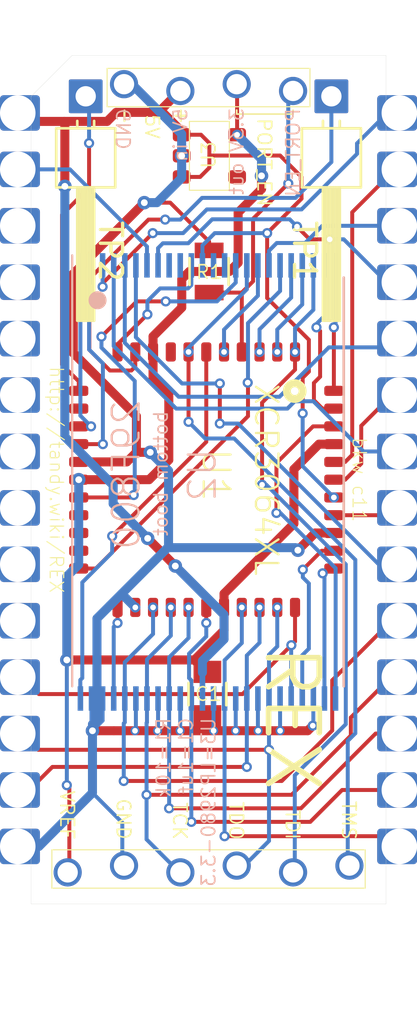
<source format=kicad_pcb>
(kicad_pcb (version 20171130) (host pcbnew 5.1.4-e60b266~84~ubuntu19.04.1)

  (general
    (thickness 1.6)
    (drawings 52)
    (tracks 513)
    (zones 0)
    (modules 10)
    (nets 42)
  )

  (page A4)
  (layers
    (0 Top signal)
    (31 Bottom signal)
    (32 B.Adhes user hide)
    (33 F.Adhes user hide)
    (34 B.Paste user hide)
    (35 F.Paste user hide)
    (36 B.SilkS user)
    (37 F.SilkS user)
    (38 B.Mask user)
    (39 F.Mask user)
    (40 Dwgs.User user)
    (41 Cmts.User user)
    (42 Eco1.User user hide)
    (43 Eco2.User user hide)
    (44 Edge.Cuts user)
    (45 Margin user hide)
    (46 B.CrtYd user hide)
    (47 F.CrtYd user hide)
    (48 B.Fab user hide)
    (49 F.Fab user hide)
  )

  (setup
    (last_trace_width 0.1778)
    (user_trace_width 0.1778)
    (user_trace_width 0.3048)
    (user_trace_width 0.4064)
    (trace_clearance 0.1778)
    (zone_clearance 0.508)
    (zone_45_only no)
    (trace_min 0.1778)
    (via_size 0.4572)
    (via_drill 0.3048)
    (via_min_size 0.381)
    (via_min_drill 0.254)
    (user_via 0.4572 0.254)
    (user_via 0.6096 0.3048)
    (uvia_size 0.3)
    (uvia_drill 0.1)
    (uvias_allowed no)
    (uvia_min_size 0.2)
    (uvia_min_drill 0.1)
    (edge_width 0.01)
    (segment_width 0.2032)
    (pcb_text_width 0.254)
    (pcb_text_size 1.2192 1.2192)
    (mod_edge_width 0.0254)
    (mod_text_size 0.4572 0.4572)
    (mod_text_width 0.0254)
    (pad_size 1.905 2.032)
    (pad_drill 1.524)
    (pad_to_mask_clearance 0)
    (aux_axis_origin 0 0)
    (grid_origin 147.2184 99.187)
    (visible_elements FFFFFF7F)
    (pcbplotparams
      (layerselection 0x010fc_ffffffff)
      (usegerberextensions false)
      (usegerberattributes false)
      (usegerberadvancedattributes false)
      (creategerberjobfile false)
      (excludeedgelayer true)
      (linewidth 0.100000)
      (plotframeref false)
      (viasonmask false)
      (mode 1)
      (useauxorigin false)
      (hpglpennumber 1)
      (hpglpenspeed 20)
      (hpglpendiameter 15.000000)
      (psnegative false)
      (psa4output false)
      (plotreference true)
      (plotvalue true)
      (plotinvisibletext false)
      (padsonsilk false)
      (subtractmaskfromsilk false)
      (outputformat 1)
      (mirror false)
      (drillshape 1)
      (scaleselection 1)
      (outputdirectory ""))
  )

  (net 0 "")
  (net 1 GND)
  (net 2 +3V3)
  (net 3 /LVA17)
  (net 4 /LVA0)
  (net 5 /AD7)
  (net 6 /AD6)
  (net 7 /AD5)
  (net 8 /AD4)
  (net 9 /+5)
  (net 10 /AD3)
  (net 11 /AD2)
  (net 12 /AD1)
  (net 13 /AD0)
  (net 14 /LVA1)
  (net 15 /LVA2)
  (net 16 /LVA3)
  (net 17 /LVA4)
  (net 18 /LVA5)
  (net 19 /LVA6)
  (net 20 /LVA7)
  (net 21 /A8)
  (net 22 /LVA18)
  (net 23 /LVA19)
  (net 24 /A9)
  (net 25 /A10)
  (net 26 /A11)
  (net 27 /A12)
  (net 28 /A13)
  (net 29 /A14)
  (net 30 /LVA15)
  (net 31 /LVA16)
  (net 32 /PORT_EN)
  (net 33 /ALE)
  (net 34 /TP2)
  (net 35 /TP1)
  (net 36 /~RD)
  (net 37 /~CS)
  (net 38 /~WE)
  (net 39 /RY_BY)
  (net 40 /~CE)
  (net 41 /~OE)

  (net_class Default "This is the default net class."
    (clearance 0.1778)
    (trace_width 0.1778)
    (via_dia 0.4572)
    (via_drill 0.3048)
    (uvia_dia 0.3)
    (uvia_drill 0.1)
    (add_net +3V3)
    (add_net /+5)
    (add_net /A10)
    (add_net /A11)
    (add_net /A12)
    (add_net /A13)
    (add_net /A14)
    (add_net /A8)
    (add_net /A9)
    (add_net /AD0)
    (add_net /AD1)
    (add_net /AD2)
    (add_net /AD3)
    (add_net /AD4)
    (add_net /AD5)
    (add_net /AD6)
    (add_net /AD7)
    (add_net /ALE)
    (add_net /LVA0)
    (add_net /LVA1)
    (add_net /LVA15)
    (add_net /LVA16)
    (add_net /LVA17)
    (add_net /LVA18)
    (add_net /LVA19)
    (add_net /LVA2)
    (add_net /LVA3)
    (add_net /LVA4)
    (add_net /LVA5)
    (add_net /LVA6)
    (add_net /LVA7)
    (add_net /PORT_EN)
    (add_net /RY_BY)
    (add_net /TP1)
    (add_net /TP2)
    (add_net /~CE)
    (add_net /~CS)
    (add_net /~OE)
    (add_net /~RD)
    (add_net /~WE)
    (add_net GND)
  )

  (module 000_LOCAL:pcb2molex8878 locked (layer Top) (tedit 5D5E578A) (tstamp 5D59F431)
    (at 147.2184 99.187)
    (descr "Castellated edge contacts to fit Molex 8878 Socket")
    (path /5D27638E)
    (solder_mask_margin -0.28)
    (fp_text reference J1 (at 11.4808 24.8666 -90) (layer Dwgs.User) hide
      (effects (font (size 1.2065 1.2065) (thickness 0.127)) (justify left bottom))
    )
    (fp_text value Molex_DIP28_edge_contacts (at 14.5415 16.9799 -90) (layer F.Fab) hide
      (effects (font (size 1.2065 1.2065) (thickness 0.1016)) (justify left bottom))
    )
    (fp_line (start -8 -19.1) (end -6.15 -19.1) (layer Dwgs.User) (width 0.01))
    (fp_line (start -8 -17.25) (end -8 -19.1) (layer Dwgs.User) (width 0.01))
    (fp_line (start -6.15 -19.1) (end -8 -17.25) (layer Eco2.User) (width 0.01))
    (fp_line (start -8 19.1) (end -8 -17.25) (layer Eco2.User) (width 0.01))
    (fp_line (start 8 -19.1) (end -6.15 -19.1) (layer Eco2.User) (width 0.01))
    (fp_line (start 8 -19.1) (end 8 19.1) (layer Eco2.User) (width 0.01))
    (fp_line (start -8 19.1) (end 8 19.1) (layer Eco2.User) (width 0.01))
    (fp_line (start 8.1 19) (end -8.1 -19) (layer Dwgs.User) (width 0.01))
    (fp_line (start 8.1 -19) (end -8.1 19) (layer Dwgs.User) (width 0.01))
    (fp_line (start 4.5593 19.05) (end 8.1 19.05) (layer Eco1.User) (width 0.01))
    (fp_line (start -8.1 19.05) (end -4.5593 19.05) (layer Eco1.User) (width 0.01))
    (fp_line (start 0.762 -19.05) (end 8.1 -19.05) (layer Eco1.User) (width 0.01))
    (fp_line (start -8.1 -19.05) (end -0.762 -19.05) (layer Eco1.User) (width 0.01))
    (fp_text user "back components & legs" (at -1.25 10.25) (layer Dwgs.User)
      (effects (font (size 0.2 0.2) (thickness 0.01)))
    )
    (fp_line (start -6.25 10) (end -3.25 10) (layer Dwgs.User) (width 0.01))
    (fp_line (start -6.25 10) (end -6 10.25) (layer Dwgs.User) (width 0.01))
    (fp_line (start -6 9.75) (end -6.25 10) (layer Dwgs.User) (width 0.01))
    (fp_text user "12.5x36x1.2mm pocket" (at -1.25 10) (layer Dwgs.User)
      (effects (font (size 0.2 0.2) (thickness 0.01)))
    )
    (fp_line (start -6.25 -18) (end -6.25 18) (layer Dwgs.User) (width 0.01))
    (fp_line (start 6.25 -18) (end -6.25 -18) (layer Dwgs.User) (width 0.01))
    (fp_line (start 6.25 18) (end 6.25 -18) (layer Dwgs.User) (width 0.01))
    (fp_line (start -6.25 18) (end 6.25 18) (layer Dwgs.User) (width 0.01))
    (fp_text user "Eco1.User is Edge.Cuts for use without carrier." (at 0 22.86) (layer Eco1.User)
      (effects (font (size 0.2 0.2) (thickness 0.01)))
    )
    (fp_text user "Eco2.User is Edge.Cuts for use with carrier" (at 0 24.384 unlocked) (layer Eco2.User)
      (effects (font (size 0.2 0.2) (thickness 0.01)))
    )
    (fp_line (start 8.1 19.05) (end 8.1 -19.05) (layer Eco1.User) (width 0.01))
    (fp_line (start -8.1 19.05) (end -8.1 -19.05) (layer Eco1.User) (width 0.01))
    (fp_arc (start 1.6256 -19.9136) (end 0.762 -19.9136) (angle -90) (layer Eco1.User) (width 0.00508))
    (fp_arc (start -1.6256 -19.9136) (end -1.6256 -19.05) (angle -90) (layer Eco1.User) (width 0.00508))
    (fp_arc (start 2.1717 19.9136) (end 3.0353 19.9136) (angle -90) (layer Eco1.User) (width 0.00508))
    (fp_arc (start 5.4229 19.9136) (end 5.4229 19.05) (angle -90) (layer Eco1.User) (width 0.00508))
    (fp_arc (start -2.1717 19.9136) (end -2.1717 19.05) (angle -90) (layer Eco1.User) (width 0.00508))
    (fp_arc (start -5.4229 19.9136) (end -4.5593 19.9136) (angle -90) (layer Eco1.User) (width 0.00508))
    (fp_line (start 3.0353 19.05) (end -3.0353 19.05) (layer Eco1.User) (width 0.01))
    (fp_line (start 3.0353 21.59) (end 3.0353 19.05) (layer Eco1.User) (width 0.01))
    (fp_line (start 4.5593 21.59) (end 3.0353 21.59) (layer Eco1.User) (width 0.01))
    (fp_line (start 4.5593 19.05) (end 4.5593 21.59) (layer Eco1.User) (width 0.01))
    (fp_line (start -3.0353 21.59) (end -3.0353 19.05) (layer Eco1.User) (width 0.01))
    (fp_line (start -4.5593 21.59) (end -3.0353 21.59) (layer Eco1.User) (width 0.01))
    (fp_line (start -4.5593 19.05) (end -4.5593 21.59) (layer Eco1.User) (width 0.01))
    (fp_line (start 0.762 -21.59) (end 0.762 -19.05) (layer Eco1.User) (width 0.01))
    (fp_line (start -0.762 -21.59) (end 0.762 -21.59) (layer Eco1.User) (width 0.01))
    (fp_line (start -0.762 -19.05) (end -0.762 -21.59) (layer Eco1.User) (width 0.01))
    (pad 1 thru_hole roundrect (at -8.6 -16.51) (size 1.8 1.6) (drill 1.6 (offset 0.1 0)) (layers *.Cu *.Mask) (roundrect_rratio 0.1)
      (net 9 /+5) (solder_mask_margin -0.19))
    (pad 15 thru_hole roundrect (at 8.6 16.51 180) (size 1.8 1.6) (drill 1.6 (offset 0.1 0)) (layers *.Cu *.Mask) (roundrect_rratio 0.1)
      (net 10 /AD3) (solder_mask_margin -0.19))
    (pad 2 thru_hole roundrect (at -8.6 -13.97) (size 1.8 1.6) (drill 1.6 (offset 0.1 0)) (layers *.Cu *.Mask) (roundrect_rratio 0.1)
      (net 25 /A10) (solder_mask_margin -0.19))
    (pad 16 thru_hole roundrect (at 8.6 13.97 180) (size 1.8 1.6) (drill 1.6 (offset 0.1 0)) (layers *.Cu *.Mask) (roundrect_rratio 0.1)
      (net 8 /AD4) (solder_mask_margin -0.19))
    (pad 3 thru_hole roundrect (at -8.6 -11.43) (size 1.8 1.6) (drill 1.6 (offset 0.1 0)) (layers *.Cu *.Mask) (roundrect_rratio 0.1)
      (solder_mask_margin -0.19))
    (pad 17 thru_hole roundrect (at 8.6 11.43 180) (size 1.8 1.6) (drill 1.6 (offset 0.1 0)) (layers *.Cu *.Mask) (roundrect_rratio 0.1)
      (net 7 /AD5) (solder_mask_margin -0.19))
    (pad 4 thru_hole roundrect (at -8.6 -8.89) (size 1.8 1.6) (drill 1.6 (offset 0.1 0)) (layers *.Cu *.Mask) (roundrect_rratio 0.1)
      (solder_mask_margin -0.19))
    (pad 18 thru_hole roundrect (at 8.6 8.89 180) (size 1.8 1.6) (drill 1.6 (offset 0.1 0)) (layers *.Cu *.Mask) (roundrect_rratio 0.1)
      (net 6 /AD6) (solder_mask_margin -0.19))
    (pad 5 thru_hole roundrect (at -8.6 -6.35) (size 1.8 1.6) (drill 1.6 (offset 0.1 0)) (layers *.Cu *.Mask) (roundrect_rratio 0.1)
      (solder_mask_margin -0.19))
    (pad 19 thru_hole roundrect (at 8.6 6.35 180) (size 1.8 1.6) (drill 1.6 (offset 0.1 0)) (layers *.Cu *.Mask) (roundrect_rratio 0.1)
      (net 5 /AD7) (solder_mask_margin -0.19))
    (pad 6 thru_hole roundrect (at -8.6 -3.81) (size 1.8 1.6) (drill 1.6 (offset 0.1 0)) (layers *.Cu *.Mask) (roundrect_rratio 0.1)
      (solder_mask_margin -0.19))
    (pad 20 thru_hole roundrect (at 8.6 3.81 180) (size 1.8 1.6) (drill 1.6 (offset 0.1 0)) (layers *.Cu *.Mask) (roundrect_rratio 0.1)
      (net 26 /A11) (solder_mask_margin -0.19))
    (pad 7 thru_hole roundrect (at -8.6 -1.27) (size 1.8 1.6) (drill 1.6 (offset 0.1 0)) (layers *.Cu *.Mask) (roundrect_rratio 0.1)
      (solder_mask_margin -0.19))
    (pad 21 thru_hole roundrect (at 8.6 1.27 180) (size 1.8 1.6) (drill 1.6 (offset 0.1 0)) (layers *.Cu *.Mask) (roundrect_rratio 0.1)
      (net 36 /~RD) (solder_mask_margin -0.19))
    (pad 8 thru_hole roundrect (at -8.6 1.27) (size 1.8 1.6) (drill 1.6 (offset 0.1 0)) (layers *.Cu *.Mask) (roundrect_rratio 0.1)
      (solder_mask_margin -0.19))
    (pad 22 thru_hole roundrect (at 8.6 -1.27 180) (size 1.8 1.6) (drill 1.6 (offset 0.1 0)) (layers *.Cu *.Mask) (roundrect_rratio 0.1)
      (net 28 /A13) (solder_mask_margin -0.19))
    (pad 9 thru_hole roundrect (at -8.6 3.81) (size 1.8 1.6) (drill 1.6 (offset 0.1 0)) (layers *.Cu *.Mask) (roundrect_rratio 0.1)
      (solder_mask_margin -0.19))
    (pad 23 thru_hole roundrect (at 8.6 -3.81 180) (size 1.8 1.6) (drill 1.6 (offset 0.1 0)) (layers *.Cu *.Mask) (roundrect_rratio 0.1)
      (net 33 /ALE) (solder_mask_margin -0.19))
    (pad 10 thru_hole roundrect (at -8.6 6.35) (size 1.8 1.6) (drill 1.6 (offset 0.1 0)) (layers *.Cu *.Mask) (roundrect_rratio 0.1)
      (solder_mask_margin -0.19))
    (pad 24 thru_hole roundrect (at 8.6 -6.35 180) (size 1.8 1.6) (drill 1.6 (offset 0.1 0)) (layers *.Cu *.Mask) (roundrect_rratio 0.1)
      (net 27 /A12) (solder_mask_margin -0.19))
    (pad 11 thru_hole roundrect (at -8.6 8.89) (size 1.8 1.6) (drill 1.6 (offset 0.1 0)) (layers *.Cu *.Mask) (roundrect_rratio 0.1)
      (net 13 /AD0) (solder_mask_margin -0.19))
    (pad 25 thru_hole roundrect (at 8.6 -8.89 180) (size 1.8 1.6) (drill 1.6 (offset 0.1 0)) (layers *.Cu *.Mask) (roundrect_rratio 0.1)
      (net 24 /A9) (solder_mask_margin -0.19))
    (pad 12 thru_hole roundrect (at -8.6 11.43) (size 1.8 1.6) (drill 1.6 (offset 0.1 0)) (layers *.Cu *.Mask) (roundrect_rratio 0.1)
      (net 12 /AD1) (solder_mask_margin -0.19))
    (pad 26 thru_hole roundrect (at 8.6 -11.43 180) (size 1.8 1.6) (drill 1.6 (offset 0.1 0)) (layers *.Cu *.Mask) (roundrect_rratio 0.1)
      (net 21 /A8) (solder_mask_margin -0.19))
    (pad 13 thru_hole roundrect (at -8.6 13.97) (size 1.8 1.6) (drill 1.6 (offset 0.1 0)) (layers *.Cu *.Mask) (roundrect_rratio 0.1)
      (net 11 /AD2) (solder_mask_margin -0.19))
    (pad 27 thru_hole roundrect (at 8.6 -13.97 180) (size 1.8 1.6) (drill 1.6 (offset 0.1 0)) (layers *.Cu *.Mask) (roundrect_rratio 0.1)
      (net 37 /~CS) (solder_mask_margin -0.19))
    (pad 14 thru_hole roundrect (at -8.6 16.51) (size 1.8 1.6) (drill 1.6 (offset 0.1 0)) (layers *.Cu *.Mask) (roundrect_rratio 0.1)
      (net 1 GND) (solder_mask_margin -0.19))
    (pad 28 thru_hole roundrect (at 8.6 -16.51 180) (size 1.8 1.6) (drill 1.6 (offset 0.1 0)) (layers *.Cu *.Mask) (roundrect_rratio 0.1)
      (net 29 /A14) (solder_mask_margin -0.19))
    (model ${KIPRJMOD}/000_LOCAL.pretty/3d/pcb2molex8878.step
      (at (xyz 0 0 0))
      (scale (xyz 1 1 1))
      (rotate (xyz 0 0 90))
    )
  )

  (module 000_LOCAL:1x4_jamb_stagger (layer Top) (tedit 5D492BC0) (tstamp 5D2E7721)
    (at 147.2184 81.534)
    (descr "jamb connector, 4 pin, staggered")
    (path /5D265CE5)
    (solder_mask_margin -0.17272)
    (fp_text reference J3 (at -1.332036 -1.850661 -180) (layer Dwgs.User)
      (effects (font (size 1.2065 1.2065) (thickness 0.127)) (justify right bottom))
    )
    (fp_text value PRG (at 0.039564 2.518139 unlocked) (layer F.Fab)
      (effects (font (size 1.2065 1.2065) (thickness 0.1016)) (justify bottom))
    )
    (fp_poly (pts (xy 0.9525 -0.3175) (xy 0.9525 0.3175) (xy 1.5875 0.3175) (xy 1.5875 -0.3175)) (layer Dwgs.User) (width 0.000254))
    (fp_poly (pts (xy -1.5875 -0.3175) (xy -1.5875 0.3175) (xy -0.9525 0.3175) (xy -0.9525 -0.3175)) (layer Dwgs.User) (width 0.000254))
    (fp_poly (pts (xy 3.4925 -0.3175) (xy 3.4925 0.3175) (xy 4.1275 0.3175) (xy 4.1275 -0.3175)) (layer Dwgs.User) (width 0.000254))
    (fp_poly (pts (xy -4.1275 -0.3175) (xy -4.1275 0.3175) (xy -3.4925 0.3175) (xy -3.4925 -0.3175)) (layer Dwgs.User) (width 0.000254))
    (pad 4 thru_hole circle (at 3.81 0.1524) (size 1.27 1.27) (drill 0.9144) (layers *.Cu *.Mask)
      (net 32 /PORT_EN))
    (pad 3 thru_hole circle (at 1.27 -0.1524) (size 1.27 1.27) (drill 0.9144) (layers *.Cu *.Mask)
      (net 2 +3V3))
    (pad 2 thru_hole circle (at -1.27 0.1524) (size 1.27 1.27) (drill 0.9144) (layers *.Cu *.Mask)
      (net 9 /+5))
    (pad 1 thru_hole circle (at -3.81 -0.1524) (size 1.27 1.27) (drill 0.9144) (layers *.Cu *.Mask)
      (net 1 GND))
  )

  (module 000_LOCAL:1x6_jamb_stagger (layer Top) (tedit 5D492B89) (tstamp 5D255940)
    (at 147.2184 116.713)
    (descr "6 pin jamb connector, perpendicular offsets")
    (path /5D38CEC5)
    (solder_mask_margin -0.17272)
    (fp_text reference J2 (at -1.288539 -1.699304 -180) (layer Dwgs.User)
      (effects (font (size 1.2065 1.2065) (thickness 0.127)) (justify right bottom))
    )
    (fp_text value JTAG (at 0.057661 2.669496 unlocked) (layer F.Fab)
      (effects (font (size 1.2065 1.2065) (thickness 0.1016)) (justify bottom))
    )
    (fp_poly (pts (xy 6.0325 -0.3175) (xy 6.0325 0.3175) (xy 6.6675 0.3175) (xy 6.6675 -0.3175)) (layer Dwgs.User) (width 0))
    (fp_poly (pts (xy 3.4925 -0.3175) (xy 3.4925 0.3175) (xy 4.1275 0.3175) (xy 4.1275 -0.3175)) (layer Dwgs.User) (width 0))
    (fp_poly (pts (xy 0.9525 -0.3175) (xy 0.9525 0.3175) (xy 1.5875 0.3175) (xy 1.5875 -0.3175)) (layer Dwgs.User) (width 0))
    (fp_poly (pts (xy -1.5875 -0.3175) (xy -1.5875 0.3175) (xy -0.9525 0.3175) (xy -0.9525 -0.3175)) (layer Dwgs.User) (width 0))
    (fp_poly (pts (xy -4.1275 -0.3175) (xy -4.1275 0.3175) (xy -3.4925 0.3175) (xy -3.4925 -0.3175)) (layer Dwgs.User) (width 0))
    (fp_poly (pts (xy -6.6675 -0.3175) (xy -6.6675 0.3175) (xy -6.0325 0.3175) (xy -6.0325 -0.3175)) (layer Dwgs.User) (width 0))
    (pad 6 thru_hole circle (at 6.35 -0.1524) (size 1.27 1.27) (drill 0.9144) (layers *.Cu *.Mask)
      (net 23 /LVA19))
    (pad 5 thru_hole circle (at 3.81 0.1524) (size 1.27 1.27) (drill 0.9144) (layers *.Cu *.Mask)
      (net 17 /LVA4))
    (pad 4 thru_hole circle (at 1.27 -0.1524) (size 1.27 1.27) (drill 0.9144) (layers *.Cu *.Mask)
      (net 12 /AD1))
    (pad 3 thru_hole circle (at -1.27 0.1524) (size 1.27 1.27) (drill 0.9144) (layers *.Cu *.Mask)
      (net 6 /AD6))
    (pad 2 thru_hole circle (at -3.81 -0.1524) (size 1.27 1.27) (drill 0.9144) (layers *.Cu *.Mask)
      (net 1 GND))
    (pad 1 thru_hole circle (at -6.35 0.1524) (size 1.27 1.27) (drill 0.9144) (layers *.Cu *.Mask)
      (net 2 +3V3))
  )

  (module 000_LOCAL:SOT-23-5 (layer Top) (tedit 5D2E7E51) (tstamp 5D081D81)
    (at 147.2565 84.6074)
    (descr "5-pin SOT23 package")
    (tags SOT-23-5)
    (path /5D30DD1C)
    (attr smd)
    (fp_text reference U3 (at -0.02794 -0.04064 -90) (layer F.SilkS)
      (effects (font (size 0.6096 0.6096) (thickness 0.0762)))
    )
    (fp_text value LP2980 (at 0 2.9) (layer F.Fab)
      (effects (font (size 1 1) (thickness 0.15)))
    )
    (fp_line (start -0.9 -1.55) (end -0.9 1.55) (layer F.SilkS) (width 0.0508))
    (fp_line (start 0.9 -1.55) (end -0.9 -1.55) (layer F.SilkS) (width 0.0508))
    (fp_line (start 0.9 1.55) (end 0.9 -1.55) (layer F.SilkS) (width 0.0508))
    (fp_line (start -0.9 1.55) (end 0.9 1.55) (layer F.SilkS) (width 0.0508))
    (fp_text user %R (at 0 0 90) (layer F.Fab)
      (effects (font (size 0.5 0.5) (thickness 0.075)))
    )
    (fp_line (start -0.9 -0.9) (end -0.25 -1.55) (layer F.Fab) (width 0.1))
    (fp_line (start 0.9 -1.55) (end -0.25 -1.55) (layer F.Fab) (width 0.1))
    (fp_line (start -0.9 -0.9) (end -0.9 1.55) (layer F.Fab) (width 0.1))
    (fp_line (start 0.9 1.55) (end -0.9 1.55) (layer F.Fab) (width 0.1))
    (fp_line (start 0.9 -1.55) (end 0.9 1.55) (layer F.Fab) (width 0.1))
    (pad 1 smd roundrect (at -1.25 -0.95) (size 0.8 0.6) (layers Top F.Paste F.Mask) (roundrect_rratio 0.25)
      (net 9 /+5))
    (pad 2 smd roundrect (at -1.25 0) (size 0.8 0.6) (layers Top F.Paste F.Mask) (roundrect_rratio 0.25)
      (net 1 GND))
    (pad 3 smd roundrect (at -1.25 0.95) (size 0.8 0.6) (layers Top F.Paste F.Mask) (roundrect_rratio 0.25)
      (net 9 /+5))
    (pad 4 smd roundrect (at 1.25 0.95) (size 0.8 0.6) (layers Top F.Paste F.Mask) (roundrect_rratio 0.25))
    (pad 5 smd roundrect (at 1.25 -0.95) (size 0.8 0.6) (layers Top F.Paste F.Mask) (roundrect_rratio 0.25)
      (net 2 +3V3))
    (model ${KISYS3DMOD}/Package_TO_SOT_SMD.3dshapes/SOT-23-5.step
      (at (xyz 0 0 0))
      (scale (xyz 1 1 1))
      (rotate (xyz 0 0 0))
    )
  )

  (module 000_LOCAL:TSOP-48 locked (layer Bottom) (tedit 5D2DBE0D) (tstamp 5D09E59B)
    (at 147.193 99.2886 270)
    (descr "TSOP I, 32 pins, 18.4x8mm body (https://www.micron.com/~/media/documents/products/technical-note/nor-flash/tn1225_land_pad_design.pdf)")
    (tags "TSOP I 32")
    (path /5D294874)
    (attr smd)
    (fp_text reference U2 (at -1.58496 -0.44958 90) (layer B.SilkS)
      (effects (font (size 1.2065 1.2065) (thickness 0.1016)) (justify left bottom mirror))
    )
    (fp_text value 29F800 (at -3.77698 2.97942 90) (layer B.SilkS)
      (effects (font (size 1.2065 1.2065) (thickness 0.1016)) (justify left bottom mirror))
    )
    (fp_circle (center -8.1788 4.9784) (end -7.9756 4.9784) (layer B.SilkS) (width 0.4064))
    (fp_line (start -8.2 6) (end 9.2 6) (layer B.Fab) (width 0.1))
    (fp_line (start -9.2 -6) (end -9.2 5) (layer B.Fab) (width 0.1))
    (fp_line (start 9.2 -6) (end -9.2 -6) (layer B.Fab) (width 0.1))
    (fp_line (start 9.2 6) (end 9.2 -6) (layer B.Fab) (width 0.1))
    (fp_text user %R (at 0 0 90) (layer B.Fab)
      (effects (font (size 1 1) (thickness 0.15)) (justify mirror))
    )
    (fp_line (start -8.2 6) (end -9.2 5) (layer B.Fab) (width 0.1))
    (fp_line (start 9.2 6.12) (end -10.2 6.12) (layer B.SilkS) (width 0.1))
    (fp_line (start -9.2 -6.12) (end 9.2 -6.12) (layer B.SilkS) (width 0.12))
    (fp_line (start -10.55 6.25) (end 10.55 6.25) (layer B.CrtYd) (width 0.05))
    (fp_line (start 10.55 6.25) (end 10.55 -6.25) (layer B.CrtYd) (width 0.05))
    (fp_line (start 10.55 -6.25) (end -10.55 -6.25) (layer B.CrtYd) (width 0.05))
    (fp_line (start -10.55 -6.25) (end -10.55 6.25) (layer B.CrtYd) (width 0.05))
    (pad 48 smd rect (at 9.75 5.75 270) (size 1.1 0.25) (layers Bottom B.Paste B.Mask)
      (net 3 /LVA17))
    (pad 47 smd rect (at 9.75 5.25 270) (size 1.1 0.25) (layers Bottom B.Paste B.Mask)
      (net 1 GND))
    (pad 46 smd rect (at 9.75 4.75 270) (size 1.1 0.25) (layers Bottom B.Paste B.Mask)
      (net 1 GND))
    (pad 45 smd rect (at 9.75 4.25 270) (size 1.1 0.25) (layers Bottom B.Paste B.Mask)
      (net 4 /LVA0))
    (pad 44 smd rect (at 9.75 3.75 270) (size 1.1 0.25) (layers Bottom B.Paste B.Mask)
      (net 5 /AD7))
    (pad 43 smd rect (at 9.75 3.25 270) (size 1.1 0.25) (layers Bottom B.Paste B.Mask)
      (net 1 GND))
    (pad 42 smd rect (at 9.75 2.75 270) (size 1.1 0.25) (layers Bottom B.Paste B.Mask)
      (net 6 /AD6))
    (pad 41 smd rect (at 9.75 2.25 270) (size 1.1 0.25) (layers Bottom B.Paste B.Mask)
      (net 1 GND))
    (pad 40 smd rect (at 9.75 1.75 270) (size 1.1 0.25) (layers Bottom B.Paste B.Mask)
      (net 7 /AD5))
    (pad 39 smd rect (at 9.75 1.25 270) (size 1.1 0.25) (layers Bottom B.Paste B.Mask)
      (net 1 GND))
    (pad 38 smd rect (at 9.75 0.75 270) (size 1.1 0.25) (layers Bottom B.Paste B.Mask)
      (net 8 /AD4))
    (pad 37 smd rect (at 9.75 0.25 270) (size 1.1 0.25) (layers Bottom B.Paste B.Mask)
      (net 9 /+5))
    (pad 36 smd rect (at 9.75 -0.25 270) (size 1.1 0.25) (layers Bottom B.Paste B.Mask)
      (net 1 GND))
    (pad 35 smd rect (at 9.75 -0.75 270) (size 1.1 0.25) (layers Bottom B.Paste B.Mask)
      (net 10 /AD3))
    (pad 34 smd rect (at 9.75 -1.25 270) (size 1.1 0.25) (layers Bottom B.Paste B.Mask)
      (net 1 GND))
    (pad 33 smd rect (at 9.75 -1.75 270) (size 1.1 0.25) (layers Bottom B.Paste B.Mask)
      (net 11 /AD2))
    (pad 32 smd rect (at 9.75 -2.25 270) (size 1.1 0.25) (layers Bottom B.Paste B.Mask)
      (net 1 GND))
    (pad 31 smd rect (at 9.75 -2.75 270) (size 1.1 0.25) (layers Bottom B.Paste B.Mask)
      (net 12 /AD1))
    (pad 30 smd rect (at 9.75 -3.25 270) (size 1.1 0.25) (layers Bottom B.Paste B.Mask)
      (net 1 GND))
    (pad 29 smd rect (at 9.75 -3.75 270) (size 1.1 0.25) (layers Bottom B.Paste B.Mask)
      (net 13 /AD0))
    (pad 28 smd rect (at 9.75 -4.25 270) (size 1.1 0.25) (layers Bottom B.Paste B.Mask)
      (net 41 /~OE))
    (pad 27 smd rect (at 9.75 -4.75 270) (size 1.1 0.25) (layers Bottom B.Paste B.Mask)
      (net 1 GND))
    (pad 26 smd rect (at 9.75 -5.25 270) (size 1.1 0.25) (layers Bottom B.Paste B.Mask)
      (net 40 /~CE))
    (pad 24 smd rect (at -9.75 -5.75 270) (size 1.1 0.25) (layers Bottom B.Paste B.Mask)
      (net 15 /LVA2))
    (pad 23 smd rect (at -9.75 -5.25 270) (size 1.1 0.25) (layers Bottom B.Paste B.Mask)
      (net 16 /LVA3))
    (pad 22 smd rect (at -9.75 -4.75 270) (size 1.1 0.25) (layers Bottom B.Paste B.Mask)
      (net 17 /LVA4))
    (pad 21 smd rect (at -9.75 -4.25 270) (size 1.1 0.25) (layers Bottom B.Paste B.Mask)
      (net 18 /LVA5))
    (pad 20 smd rect (at -9.75 -3.75 270) (size 1.1 0.25) (layers Bottom B.Paste B.Mask)
      (net 19 /LVA6))
    (pad 19 smd rect (at -9.75 -3.25 270) (size 1.1 0.25) (layers Bottom B.Paste B.Mask)
      (net 20 /LVA7))
    (pad 18 smd rect (at -9.75 -2.75 270) (size 1.1 0.25) (layers Bottom B.Paste B.Mask)
      (net 21 /A8))
    (pad 17 smd rect (at -9.75 -2.25 270) (size 1.1 0.25) (layers Bottom B.Paste B.Mask)
      (net 22 /LVA18))
    (pad 16 smd rect (at -9.75 -1.75 270) (size 1.1 0.25) (layers Bottom B.Paste B.Mask)
      (net 23 /LVA19))
    (pad 15 smd rect (at -9.75 -1.25 270) (size 1.1 0.25) (layers Bottom B.Paste B.Mask)
      (net 39 /RY_BY))
    (pad 14 smd rect (at -9.75 -0.75 270) (size 1.1 0.25) (layers Bottom B.Paste B.Mask))
    (pad 13 smd rect (at -9.75 -0.25 270) (size 1.1 0.25) (layers Bottom B.Paste B.Mask))
    (pad 12 smd rect (at -9.75 0.25 270) (size 1.1 0.25) (layers Bottom B.Paste B.Mask)
      (net 9 /+5))
    (pad 11 smd rect (at -9.75 0.75 270) (size 1.1 0.25) (layers Bottom B.Paste B.Mask)
      (net 38 /~WE))
    (pad 10 smd rect (at -9.75 1.25 270) (size 1.1 0.25) (layers Bottom B.Paste B.Mask))
    (pad 9 smd rect (at -9.75 1.75 270) (size 1.1 0.25) (layers Bottom B.Paste B.Mask))
    (pad 8 smd rect (at -9.75 2.25 270) (size 1.1 0.25) (layers Bottom B.Paste B.Mask)
      (net 24 /A9))
    (pad 7 smd rect (at -9.75 2.75 270) (size 1.1 0.25) (layers Bottom B.Paste B.Mask)
      (net 25 /A10))
    (pad 6 smd rect (at -9.75 3.25 270) (size 1.1 0.25) (layers Bottom B.Paste B.Mask)
      (net 26 /A11))
    (pad 5 smd rect (at -9.75 3.75 270) (size 1.1 0.25) (layers Bottom B.Paste B.Mask)
      (net 27 /A12))
    (pad 4 smd rect (at -9.75 4.25 270) (size 1.1 0.25) (layers Bottom B.Paste B.Mask)
      (net 28 /A13))
    (pad 3 smd rect (at -9.75 4.75 270) (size 1.1 0.25) (layers Bottom B.Paste B.Mask)
      (net 29 /A14))
    (pad 2 smd rect (at -9.75 5.25 270) (size 1.1 0.25) (layers Bottom B.Paste B.Mask)
      (net 30 /LVA15))
    (pad 25 smd rect (at 9.75 -5.75 270) (size 1.1 0.25) (layers Bottom B.Paste B.Mask)
      (net 14 /LVA1))
    (pad 1 smd rect (at -9.75 5.75 270) (size 1.1 0.25) (layers Bottom B.Paste B.Mask)
      (net 31 /LVA16))
    (model ${KISYS3DMOD}/Package_SO.3dshapes/TSOP-I-48_12x18.4mm_P0.5mm.step
      (at (xyz 0 0 0))
      (scale (xyz 1 1 1))
      (rotate (xyz 0 0 0))
    )
  )

  (module 000_LOCAL:1x1_pin_h (layer Top) (tedit 5D2564BC) (tstamp 5D25596D)
    (at 152.7556 81.9277 270)
    (descr "Through hole angled pin header, 1x01, 2.54mm pitch, 6mm pin length, single row")
    (tags "Through hole angled pin header THT 1x01 2.54mm single row")
    (path /E5F42BB8)
    (fp_text reference TP1 (at 6.9723 1.2065 270 unlocked) (layer F.SilkS)
      (effects (font (size 1 1) (thickness 0.15)))
    )
    (fp_text value PINHD-1X1 (at 4.31 3.16 90) (layer F.Fab)
      (effects (font (size 1 1) (thickness 0.15)))
    )
    (fp_line (start 2.135 -1.27) (end 4.04 -1.27) (layer F.Fab) (width 0.1))
    (fp_line (start 4.04 -1.27) (end 4.04 1.27) (layer F.Fab) (width 0.1))
    (fp_line (start 4.04 1.27) (end 1.5 1.27) (layer F.Fab) (width 0.1))
    (fp_line (start 1.5 1.27) (end 1.5 -0.635) (layer F.Fab) (width 0.1))
    (fp_line (start 1.5 -0.635) (end 2.135 -1.27) (layer F.Fab) (width 0.1))
    (fp_line (start -0.32 -0.32) (end 1.5 -0.32) (layer F.Fab) (width 0.1))
    (fp_line (start -0.32 -0.32) (end -0.32 0.32) (layer F.Fab) (width 0.1))
    (fp_line (start -0.32 0.32) (end 1.5 0.32) (layer F.Fab) (width 0.1))
    (fp_line (start 4.04 -0.32) (end 10.04 -0.32) (layer F.Fab) (width 0.1))
    (fp_line (start 10.04 -0.32) (end 10.04 0.32) (layer F.Fab) (width 0.1))
    (fp_line (start 4.04 0.32) (end 10.04 0.32) (layer F.Fab) (width 0.1))
    (fp_line (start 1.44 -1.33) (end 1.44 1.33) (layer F.SilkS) (width 0.12))
    (fp_line (start 1.44 1.33) (end 4.1 1.33) (layer F.SilkS) (width 0.12))
    (fp_line (start 4.1 1.33) (end 4.1 -1.33) (layer F.SilkS) (width 0.12))
    (fp_line (start 4.1 -1.33) (end 1.44 -1.33) (layer F.SilkS) (width 0.12))
    (fp_line (start 4.1 -0.38) (end 10.1 -0.38) (layer F.SilkS) (width 0.12))
    (fp_line (start 10.1 -0.38) (end 10.1 0.38) (layer F.SilkS) (width 0.12))
    (fp_line (start 10.1 0.38) (end 4.1 0.38) (layer F.SilkS) (width 0.12))
    (fp_line (start 4.1 -0.32) (end 10.1 -0.32) (layer F.SilkS) (width 0.12))
    (fp_line (start 4.1 -0.2) (end 10.1 -0.2) (layer F.SilkS) (width 0.12))
    (fp_line (start 4.1 -0.08) (end 10.1 -0.08) (layer F.SilkS) (width 0.12))
    (fp_line (start 4.1 0.04) (end 10.1 0.04) (layer F.SilkS) (width 0.12))
    (fp_line (start 4.1 0.16) (end 10.1 0.16) (layer F.SilkS) (width 0.12))
    (fp_line (start 4.1 0.28) (end 10.1 0.28) (layer F.SilkS) (width 0.12))
    (fp_line (start 1.11 -0.38) (end 1.44 -0.38) (layer F.SilkS) (width 0.12))
    (fp_line (start 1.11 0.38) (end 1.44 0.38) (layer F.SilkS) (width 0.12))
    (fp_line (start -1.8 -1.8) (end -1.8 1.8) (layer F.CrtYd) (width 0.05))
    (fp_line (start -1.8 1.8) (end 10.55 1.8) (layer F.CrtYd) (width 0.05))
    (fp_line (start 10.55 1.8) (end 10.55 -1.8) (layer F.CrtYd) (width 0.05))
    (fp_line (start 10.55 -1.8) (end -1.8 -1.8) (layer F.CrtYd) (width 0.05))
    (fp_text user %R (at 2.77 0) (layer F.Fab)
      (effects (font (size 1 1) (thickness 0.15)))
    )
    (pad 1 thru_hole roundrect (at 0 0 270) (size 1.524 1.524) (drill 0.9144) (layers *.Cu *.Mask) (roundrect_rratio 0.05)
      (net 35 /TP1))
    (model ${KISYS3DMOD}/Connector_PinHeader_2.54mm.3dshapes/PinHeader_1x01_P2.54mm_Horizontal.step
      (at (xyz 0 0 0))
      (scale (xyz 1 1 1))
      (rotate (xyz 0 0 0))
    )
  )

  (module 000_LOCAL:1x1_pin_h (layer Top) (tedit 5D2564BC) (tstamp 5D255991)
    (at 141.6812 81.9277 270)
    (descr "Through hole angled pin header, 1x01, 2.54mm pitch, 6mm pin length, single row")
    (tags "Through hole angled pin header THT 1x01 2.54mm single row")
    (path /93FB0C53)
    (fp_text reference TP2 (at 6.9723 -1.1176 270 unlocked) (layer F.SilkS)
      (effects (font (size 1 1) (thickness 0.15)))
    )
    (fp_text value PINHD-1X1 (at 4.31 3.16 90) (layer F.Fab)
      (effects (font (size 1 1) (thickness 0.15)))
    )
    (fp_line (start 2.135 -1.27) (end 4.04 -1.27) (layer F.Fab) (width 0.1))
    (fp_line (start 4.04 -1.27) (end 4.04 1.27) (layer F.Fab) (width 0.1))
    (fp_line (start 4.04 1.27) (end 1.5 1.27) (layer F.Fab) (width 0.1))
    (fp_line (start 1.5 1.27) (end 1.5 -0.635) (layer F.Fab) (width 0.1))
    (fp_line (start 1.5 -0.635) (end 2.135 -1.27) (layer F.Fab) (width 0.1))
    (fp_line (start -0.32 -0.32) (end 1.5 -0.32) (layer F.Fab) (width 0.1))
    (fp_line (start -0.32 -0.32) (end -0.32 0.32) (layer F.Fab) (width 0.1))
    (fp_line (start -0.32 0.32) (end 1.5 0.32) (layer F.Fab) (width 0.1))
    (fp_line (start 4.04 -0.32) (end 10.04 -0.32) (layer F.Fab) (width 0.1))
    (fp_line (start 10.04 -0.32) (end 10.04 0.32) (layer F.Fab) (width 0.1))
    (fp_line (start 4.04 0.32) (end 10.04 0.32) (layer F.Fab) (width 0.1))
    (fp_line (start 1.44 -1.33) (end 1.44 1.33) (layer F.SilkS) (width 0.12))
    (fp_line (start 1.44 1.33) (end 4.1 1.33) (layer F.SilkS) (width 0.12))
    (fp_line (start 4.1 1.33) (end 4.1 -1.33) (layer F.SilkS) (width 0.12))
    (fp_line (start 4.1 -1.33) (end 1.44 -1.33) (layer F.SilkS) (width 0.12))
    (fp_line (start 4.1 -0.38) (end 10.1 -0.38) (layer F.SilkS) (width 0.12))
    (fp_line (start 10.1 -0.38) (end 10.1 0.38) (layer F.SilkS) (width 0.12))
    (fp_line (start 10.1 0.38) (end 4.1 0.38) (layer F.SilkS) (width 0.12))
    (fp_line (start 4.1 -0.32) (end 10.1 -0.32) (layer F.SilkS) (width 0.12))
    (fp_line (start 4.1 -0.2) (end 10.1 -0.2) (layer F.SilkS) (width 0.12))
    (fp_line (start 4.1 -0.08) (end 10.1 -0.08) (layer F.SilkS) (width 0.12))
    (fp_line (start 4.1 0.04) (end 10.1 0.04) (layer F.SilkS) (width 0.12))
    (fp_line (start 4.1 0.16) (end 10.1 0.16) (layer F.SilkS) (width 0.12))
    (fp_line (start 4.1 0.28) (end 10.1 0.28) (layer F.SilkS) (width 0.12))
    (fp_line (start 1.11 -0.38) (end 1.44 -0.38) (layer F.SilkS) (width 0.12))
    (fp_line (start 1.11 0.38) (end 1.44 0.38) (layer F.SilkS) (width 0.12))
    (fp_line (start -1.8 -1.8) (end -1.8 1.8) (layer F.CrtYd) (width 0.05))
    (fp_line (start -1.8 1.8) (end 10.55 1.8) (layer F.CrtYd) (width 0.05))
    (fp_line (start 10.55 1.8) (end 10.55 -1.8) (layer F.CrtYd) (width 0.05))
    (fp_line (start 10.55 -1.8) (end -1.8 -1.8) (layer F.CrtYd) (width 0.05))
    (fp_text user %R (at 2.77 0) (layer F.Fab)
      (effects (font (size 1 1) (thickness 0.15)))
    )
    (pad 1 thru_hole roundrect (at 0 0 270) (size 1.524 1.524) (drill 0.9144) (layers *.Cu *.Mask) (roundrect_rratio 0.05)
      (net 34 /TP2))
    (model ${KISYS3DMOD}/Connector_PinHeader_2.54mm.3dshapes/PinHeader_1x01_P2.54mm_Horizontal.step
      (at (xyz 0 0 0))
      (scale (xyz 1 1 1))
      (rotate (xyz 0 0 0))
    )
  )

  (module 000_LOCAL:QFP44 locked (layer Top) (tedit 5D20F7C0) (tstamp 5D07EEA8)
    (at 147.1168 99.187 270)
    (path /5D2858A9)
    (attr smd)
    (fp_text reference U1 (at -1.4859 0.2667 270 unlocked) (layer F.SilkS)
      (effects (font (size 1.2065 1.2065) (thickness 0.1016)) (justify left bottom))
    )
    (fp_text value XCR3064XL-10VQ44 (at -8.1534 -8.9662 180) (layer Dwgs.User) hide
      (effects (font (size 1.2065 1.2065) (thickness 0.1016)) (justify left bottom))
    )
    (fp_text user %R (at 0 0 270) (layer F.Fab)
      (effects (font (size 1 1) (thickness 0.15)))
    )
    (fp_line (start 6 6) (end 6 -6) (layer F.Fab) (width 0.1))
    (fp_line (start -6 6) (end 6 6) (layer F.Fab) (width 0.1))
    (fp_line (start -6 -6) (end -6 6) (layer F.Fab) (width 0.1))
    (fp_line (start 6 -6) (end -6 -6) (layer F.Fab) (width 0.1))
    (fp_circle (center -3.9878 -3.9878) (end -3.8116 -3.9878) (layer F.SilkS) (width 0.3556))
    (fp_circle (center -5.715 -5.715) (end -5.715 -5.815) (layer F.Fab) (width 0.2))
    (fp_line (start -6.7 -6.7) (end 6.7 -6.7) (layer F.CrtYd) (width 0.1))
    (fp_line (start 6.7 -6.7) (end 6.7 6.7) (layer F.CrtYd) (width 0.1))
    (fp_line (start 6.7 6.7) (end -6.7 6.7) (layer F.CrtYd) (width 0.1))
    (fp_line (start -6.7 6.7) (end -6.7 -6.7) (layer F.CrtYd) (width 0.1))
    (pad 1 smd roundrect (at -5.75 -4) (size 0.4572 0.8636) (layers Top F.Paste F.Mask) (roundrect_rratio 0.25)
      (net 17 /LVA4))
    (pad 2 smd roundrect (at -5.75 -3.2) (size 0.4572 0.8636) (layers Top F.Paste F.Mask) (roundrect_rratio 0.25)
      (net 18 /LVA5))
    (pad 3 smd roundrect (at -5.75 -2.4) (size 0.4572 0.8636) (layers Top F.Paste F.Mask) (roundrect_rratio 0.25)
      (net 19 /LVA6))
    (pad 4 smd roundrect (at -5.75 -1.6) (size 0.4572 0.8636) (layers Top F.Paste F.Mask) (roundrect_rratio 0.25)
      (net 32 /PORT_EN))
    (pad 5 smd roundrect (at -5.75 -0.8) (size 0.4572 0.8636) (layers Top F.Paste F.Mask) (roundrect_rratio 0.25)
      (net 22 /LVA18))
    (pad 6 smd roundrect (at -5.75 0) (size 0.4572 0.8636) (layers Top F.Paste F.Mask) (roundrect_rratio 0.25)
      (net 3 /LVA17))
    (pad 7 smd roundrect (at -5.75 0.8) (size 0.4572 0.8636) (layers Top F.Paste F.Mask) (roundrect_rratio 0.25)
      (net 23 /LVA19))
    (pad 8 smd roundrect (at -5.75 1.6) (size 0.4572 0.8636) (layers Top F.Paste F.Mask) (roundrect_rratio 0.25))
    (pad 9 smd roundrect (at -5.75 2.4) (size 0.4572 0.8636) (layers Top F.Paste F.Mask) (roundrect_rratio 0.25)
      (net 2 +3V3))
    (pad 10 smd roundrect (at -5.75 3.2) (size 0.4572 0.8636) (layers Top F.Paste F.Mask) (roundrect_rratio 0.25)
      (net 35 /TP1))
    (pad 11 smd roundrect (at -5.75 4) (size 0.4572 0.8636) (layers Top F.Paste F.Mask) (roundrect_rratio 0.25)
      (net 38 /~WE))
    (pad 12 smd roundrect (at -4 5.75 270) (size 0.4572 0.8636) (layers Top F.Paste F.Mask) (roundrect_rratio 0.25)
      (net 34 /TP2))
    (pad 13 smd roundrect (at -3.2 5.75 270) (size 0.4572 0.8636) (layers Top F.Paste F.Mask) (roundrect_rratio 0.25))
    (pad 14 smd roundrect (at -2.4 5.75 270) (size 0.4572 0.8636) (layers Top F.Paste F.Mask) (roundrect_rratio 0.25)
      (net 31 /LVA16))
    (pad 15 smd roundrect (at -1.6 5.75 270) (size 0.4572 0.8636) (layers Top F.Paste F.Mask) (roundrect_rratio 0.25)
      (net 30 /LVA15))
    (pad 16 smd roundrect (at -0.8 5.75 270) (size 0.4572 0.8636) (layers Top F.Paste F.Mask) (roundrect_rratio 0.25)
      (net 1 GND))
    (pad 17 smd roundrect (at 0 5.75 270) (size 0.4572 0.8636) (layers Top F.Paste F.Mask) (roundrect_rratio 0.25)
      (net 2 +3V3))
    (pad 18 smd roundrect (at 0.8 5.75 270) (size 0.4572 0.8636) (layers Top F.Paste F.Mask) (roundrect_rratio 0.25)
      (net 39 /RY_BY))
    (pad 19 smd roundrect (at 1.6 5.75 270) (size 0.4572 0.8636) (layers Top F.Paste F.Mask) (roundrect_rratio 0.25))
    (pad 20 smd roundrect (at 2.4 5.75 270) (size 0.4572 0.8636) (layers Top F.Paste F.Mask) (roundrect_rratio 0.25))
    (pad 21 smd roundrect (at 3.2 5.75 270) (size 0.4572 0.8636) (layers Top F.Paste F.Mask) (roundrect_rratio 0.25))
    (pad 22 smd roundrect (at 4 5.75 270) (size 0.4572 0.8636) (layers Top F.Paste F.Mask) (roundrect_rratio 0.25)
      (net 20 /LVA7))
    (pad 23 smd roundrect (at 5.75 4) (size 0.4572 0.8636) (layers Top F.Paste F.Mask) (roundrect_rratio 0.25)
      (net 4 /LVA0))
    (pad 24 smd roundrect (at 5.75 3.2) (size 0.4572 0.8636) (layers Top F.Paste F.Mask) (roundrect_rratio 0.25)
      (net 1 GND))
    (pad 25 smd roundrect (at 5.75 2.4) (size 0.4572 0.8636) (layers Top F.Paste F.Mask) (roundrect_rratio 0.25)
      (net 5 /AD7))
    (pad 26 smd roundrect (at 5.75 1.6) (size 0.4572 0.8636) (layers Top F.Paste F.Mask) (roundrect_rratio 0.25)
      (net 6 /AD6))
    (pad 27 smd roundrect (at 5.75 0.8) (size 0.4572 0.8636) (layers Top F.Paste F.Mask) (roundrect_rratio 0.25)
      (net 7 /AD5))
    (pad 28 smd roundrect (at 5.75 0) (size 0.4572 0.8636) (layers Top F.Paste F.Mask) (roundrect_rratio 0.25)
      (net 8 /AD4))
    (pad 29 smd roundrect (at 5.75 -0.8) (size 0.4572 0.8636) (layers Top F.Paste F.Mask) (roundrect_rratio 0.25)
      (net 2 +3V3))
    (pad 30 smd roundrect (at 5.75 -1.6) (size 0.4572 0.8636) (layers Top F.Paste F.Mask) (roundrect_rratio 0.25)
      (net 10 /AD3))
    (pad 31 smd roundrect (at 5.75 -2.4) (size 0.4572 0.8636) (layers Top F.Paste F.Mask) (roundrect_rratio 0.25)
      (net 11 /AD2))
    (pad 32 smd roundrect (at 5.75 -3.2) (size 0.4572 0.8636) (layers Top F.Paste F.Mask) (roundrect_rratio 0.25)
      (net 12 /AD1))
    (pad 33 smd roundrect (at 5.75 -4) (size 0.4572 0.8636) (layers Top F.Paste F.Mask) (roundrect_rratio 0.25)
      (net 13 /AD0))
    (pad 34 smd roundrect (at 4 -5.75 270) (size 0.4572 0.8636) (layers Top F.Paste F.Mask) (roundrect_rratio 0.25)
      (net 40 /~CE))
    (pad 35 smd roundrect (at 3.2 -5.75 270) (size 0.4572 0.8636) (layers Top F.Paste F.Mask) (roundrect_rratio 0.25)
      (net 41 /~OE))
    (pad 36 smd roundrect (at 2.4 -5.75 270) (size 0.4572 0.8636) (layers Top F.Paste F.Mask) (roundrect_rratio 0.25)
      (net 1 GND))
    (pad 37 smd roundrect (at 1.6 -5.75 270) (size 0.4572 0.8636) (layers Top F.Paste F.Mask) (roundrect_rratio 0.25)
      (net 36 /~RD))
    (pad 38 smd roundrect (at 0.8 -5.75 270) (size 0.4572 0.8636) (layers Top F.Paste F.Mask) (roundrect_rratio 0.25)
      (net 9 /+5))
    (pad 39 smd roundrect (at 0 -5.75 270) (size 0.4572 0.8636) (layers Top F.Paste F.Mask) (roundrect_rratio 0.25)
      (net 33 /ALE))
    (pad 40 smd roundrect (at -0.8 -5.75 270) (size 0.4572 0.8636) (layers Top F.Paste F.Mask) (roundrect_rratio 0.25)
      (net 37 /~CS))
    (pad 41 smd roundrect (at -1.6 -5.75 270) (size 0.4572 0.8636) (layers Top F.Paste F.Mask) (roundrect_rratio 0.25)
      (net 2 +3V3))
    (pad 42 smd roundrect (at -2.4 -5.75 270) (size 0.4572 0.8636) (layers Top F.Paste F.Mask) (roundrect_rratio 0.25)
      (net 14 /LVA1))
    (pad 43 smd roundrect (at -3.2 -5.75 270) (size 0.4572 0.8636) (layers Top F.Paste F.Mask) (roundrect_rratio 0.25)
      (net 16 /LVA3))
    (pad 44 smd roundrect (at -4 -5.75 270) (size 0.4572 0.8636) (layers Top F.Paste F.Mask) (roundrect_rratio 0.25)
      (net 15 /LVA2))
    (model ${KISYS3DMOD}/Package_QFP.3dshapes/TQFP-44_10x10mm_P0.8mm.wrl
      (at (xyz 0 0 0))
      (scale (xyz 1 1 1))
      (rotate (xyz 0 0 0))
    )
  )

  (module Resistors_SMD:R_0805 (layer Top) (tedit 5D09996B) (tstamp 5D099A58)
    (at 147.2438 89.8144 90)
    (descr "Resistor SMD 0805, reflow soldering, Vishay (see dcrcw.pdf)")
    (tags "resistor 0805")
    (path /2604F989)
    (attr smd)
    (fp_text reference R1 (at -0.0254 0.00508) (layer F.SilkS)
      (effects (font (size 0.6096 0.6096) (thickness 0.0762)))
    )
    (fp_text value 10k (at 0 1.75 90) (layer F.Fab)
      (effects (font (size 1 1) (thickness 0.15)))
    )
    (fp_text user %R (at 0 0 90) (layer F.Fab)
      (effects (font (size 0.5 0.5) (thickness 0.075)))
    )
    (fp_line (start -1 0.62) (end -1 -0.62) (layer F.Fab) (width 0.1))
    (fp_line (start 1 0.62) (end -1 0.62) (layer F.Fab) (width 0.1))
    (fp_line (start 1 -0.62) (end 1 0.62) (layer F.Fab) (width 0.1))
    (fp_line (start -1 -0.62) (end 1 -0.62) (layer F.Fab) (width 0.1))
    (fp_line (start 0.6 0.88) (end -0.6 0.88) (layer F.SilkS) (width 0.12))
    (fp_line (start -0.6 -0.88) (end 0.6 -0.88) (layer F.SilkS) (width 0.12))
    (fp_line (start -1.55 -0.9) (end 1.55 -0.9) (layer F.CrtYd) (width 0.05))
    (fp_line (start -1.55 -0.9) (end -1.55 0.9) (layer F.CrtYd) (width 0.05))
    (fp_line (start 1.55 0.9) (end 1.55 -0.9) (layer F.CrtYd) (width 0.05))
    (fp_line (start 1.55 0.9) (end -1.55 0.9) (layer F.CrtYd) (width 0.05))
    (pad 1 smd rect (at -0.95 0 90) (size 0.7 1.3) (layers Top F.Paste F.Mask)
      (net 32 /PORT_EN))
    (pad 2 smd rect (at 0.95 0 90) (size 0.7 1.3) (layers Top F.Paste F.Mask)
      (net 1 GND))
    (model ${KISYS3DMOD}/Resistors_SMD.3dshapes/R_0805.wrl
      (at (xyz 0 0 0))
      (scale (xyz 1 1 1))
      (rotate (xyz 0 0 0))
    )
    (model ${KISYS3DMOD}/Resistor_SMD.3dshapes/R_0805_2012Metric.step
      (at (xyz 0 0 0))
      (scale (xyz 1 1 1))
      (rotate (xyz 0 0 0))
    )
  )

  (module Capacitors_SMD:C_0805 (layer Top) (tedit 58AA8463) (tstamp 5D17005C)
    (at 147.1676 108.839 270)
    (descr "Capacitor SMD 0805, reflow soldering, AVX (see smccp.pdf)")
    (tags "capacitor 0805")
    (path /327B8ADF)
    (attr smd)
    (fp_text reference C1 (at 0 -0.0381 unlocked) (layer F.SilkS)
      (effects (font (size 0.6096 0.6096) (thickness 0.0762)))
    )
    (fp_text value C-USC0805 (at 0 1.75 90) (layer F.Fab)
      (effects (font (size 1 1) (thickness 0.15)))
    )
    (fp_line (start 1.75 0.87) (end -1.75 0.87) (layer F.CrtYd) (width 0.05))
    (fp_line (start 1.75 0.87) (end 1.75 -0.88) (layer F.CrtYd) (width 0.05))
    (fp_line (start -1.75 -0.88) (end -1.75 0.87) (layer F.CrtYd) (width 0.05))
    (fp_line (start -1.75 -0.88) (end 1.75 -0.88) (layer F.CrtYd) (width 0.05))
    (fp_line (start -0.5 0.85) (end 0.5 0.85) (layer F.SilkS) (width 0.12))
    (fp_line (start 0.5 -0.85) (end -0.5 -0.85) (layer F.SilkS) (width 0.12))
    (fp_line (start -1 -0.62) (end 1 -0.62) (layer F.Fab) (width 0.1))
    (fp_line (start 1 -0.62) (end 1 0.62) (layer F.Fab) (width 0.1))
    (fp_line (start 1 0.62) (end -1 0.62) (layer F.Fab) (width 0.1))
    (fp_line (start -1 0.62) (end -1 -0.62) (layer F.Fab) (width 0.1))
    (fp_text user %R (at 0 -1.5 90) (layer F.Fab)
      (effects (font (size 1 1) (thickness 0.15)))
    )
    (pad 2 smd rect (at 1 0 270) (size 1 1.25) (layers Top F.Paste F.Mask)
      (net 1 GND))
    (pad 1 smd rect (at -1 0 270) (size 1 1.25) (layers Top F.Paste F.Mask)
      (net 2 +3V3))
    (model Capacitors_SMD.3dshapes/C_0805.wrl
      (at (xyz 0 0 0))
      (scale (xyz 1 1 1))
      (rotate (xyz 0 0 0))
    )
    (model ${KISYS3DMOD}/Capacitor_SMD.3dshapes/C_0805_2012Metric.wrl
      (at (xyz 0 0 0))
      (scale (xyz 1 1 1))
      (rotate (xyz 0 0 0))
    )
  )

  (gr_line (start 155.2184 118.287) (end 155.2184 118.237) (layer Edge.Cuts) (width 0.01) (tstamp 5D5E5A70))
  (gr_line (start 139.2184 118.237) (end 139.2184 118.287) (layer Edge.Cuts) (width 0.01) (tstamp 5D5E5A6F))
  (gr_line (start 141.0184 80.137) (end 141.0684 80.087) (layer Edge.Cuts) (width 0.01) (tstamp 5D5E5A6C))
  (gr_line (start 155.2184 80.087) (end 155.2184 80.137) (layer Edge.Cuts) (width 0.01) (tstamp 5D5E5A6B))
  (gr_line (start 141.0684 80.087) (end 155.2184 80.087) (layer Edge.Cuts) (width 0.01))
  (gr_line (start 155.2184 118.237) (end 155.2184 118.187) (layer Edge.Cuts) (width 0.01) (tstamp 5D5E5966))
  (gr_line (start 139.2184 118.187) (end 139.2184 118.237) (layer Edge.Cuts) (width 0.01) (tstamp 5D5E5965))
  (gr_line (start 141.0184 80.137) (end 140.9684 80.187) (layer Edge.Cuts) (width 0.01) (tstamp 5D5E5860))
  (gr_line (start 155.2184 80.137) (end 155.2184 80.187) (layer Edge.Cuts) (width 0.01) (tstamp 5D5E585F))
  (gr_line (start 155.2184 118.287) (end 139.2184 118.287) (layer Edge.Cuts) (width 0.01) (tstamp 5D5E575B))
  (gr_line (start 155.2184 80.187) (end 155.2184 118.187) (layer Edge.Cuts) (width 0.01))
  (gr_line (start 139.2184 81.937) (end 140.9684 80.187) (layer Edge.Cuts) (width 0.01))
  (gr_line (start 139.2184 118.187) (end 139.2184 81.937) (layer Edge.Cuts) (width 0.01))
  (gr_line (start 153.4684 81.187) (end 140.9684 81.187) (layer Dwgs.User) (width 0.0254) (tstamp 5D2FBC4E))
  (gr_line (start 153.4684 117.187) (end 153.4684 81.187) (layer Dwgs.User) (width 0.0254))
  (gr_line (start 140.9684 117.187) (end 153.4684 117.187) (layer Dwgs.User) (width 0.0254))
  (gr_line (start 140.9684 81.187) (end 140.9684 117.187) (layer Dwgs.User) (width 0.0254))
  (gr_line (start 148.4884 82.7278) (end 151.0284 82.7278) (layer F.SilkS) (width 0.0762) (tstamp 5D2E8320))
  (gr_line (start 142.6464 80.6704) (end 142.6464 82.3976) (layer F.SilkS) (width 0.0508) (tstamp 5D25660C))
  (gr_line (start 151.7904 80.6704) (end 151.7904 82.3976) (layer F.SilkS) (width 0.0508) (tstamp 5D25660B))
  (gr_line (start 154.2796 117.5766) (end 140.1572 117.5766) (layer F.SilkS) (width 0.0508) (tstamp 5D255F67))
  (gr_line (start 154.2796 115.8494) (end 154.2796 117.5766) (layer F.SilkS) (width 0.0508))
  (gr_line (start 140.1572 115.8494) (end 154.2796 115.8494) (layer F.SilkS) (width 0.0508))
  (gr_line (start 140.1572 117.5766) (end 140.1572 115.8494) (layer F.SilkS) (width 0.0508))
  (gr_text GND (at 143.4084 82.423 -270) (layer B.SilkS) (tstamp 5D254ED7)
    (effects (font (size 0.6096 0.6096) (thickness 0.0762)) (justify left mirror))
  )
  (gr_text "5V in" (at 145.9484 82.423 -270) (layer B.SilkS) (tstamp 5D493C36)
    (effects (font (size 0.6096 0.6096) (thickness 0.0762)) (justify left mirror))
  )
  (gr_line (start 151.0284 82.7278) (end 151.0284 82.55) (layer F.SilkS) (width 0.0762))
  (gr_line (start 148.4884 82.7278) (end 148.4884 82.55) (layer F.SilkS) (width 0.0762))
  (gr_line (start 151.7904 80.6704) (end 142.6464 80.6704) (layer F.SilkS) (width 0.0508) (tstamp 5D2535BE))
  (gr_line (start 142.6464 82.3976) (end 151.7904 82.3976) (layer F.SilkS) (width 0.0508))
  (gr_text - (at 143.4719 82.804 -90) (layer F.SilkS) (tstamp 5D25028A)
    (effects (font (size 0.6096 0.6096) (thickness 0.1016)))
  )
  (gr_text + (at 146.0119 82.804 -90) (layer F.SilkS) (tstamp 5D2501E0)
    (effects (font (size 0.6096 0.6096) (thickness 0.1016)))
  )
  (gr_line (start 137.9474 82.677) (end 139.4714 82.677) (layer Dwgs.User) (width 0.0254))
  (gr_line (start 138.7094 81.915) (end 138.7094 83.439) (layer Dwgs.User) (width 0.0254))
  (gr_text PORT_EN (at 151.0284 82.423 -270) (layer B.SilkS) (tstamp 5D1B308C)
    (effects (font (size 0.6096 0.6096) (thickness 0.0762)) (justify left mirror))
  )
  (gr_text "3.3V out" (at 148.4884 82.423 -270) (layer B.SilkS)
    (effects (font (size 0.6096 0.6096) (thickness 0.0762)) (justify left mirror))
  )
  (gr_text http://tandy.wiki/REX (at 140.3604 99.187 -90) (layer F.SilkS)
    (effects (font (size 0.6096 0.6096) (thickness 0.0508)))
  )
  (gr_text PORT_EN (at 149.733 84.8995 -90) (layer F.SilkS) (tstamp 5D250528)
    (effects (font (size 0.6096 0.6096) (thickness 0.0762)))
  )
  (gr_text "bkw c11" (at 154.0129 99.187 -90) (layer F.SilkS)
    (effects (font (size 0.6096 0.6096) (thickness 0.0508)))
  )
  (gr_text U3=LP2980-3.3 (at 147.2184 109.855 90) (layer B.SilkS) (tstamp 5D15D5FC)
    (effects (font (size 0.6096 0.6096) (thickness 0.0762)) (justify left mirror))
  )
  (gr_text C1=1uf (at 146.2024 109.855 90) (layer B.SilkS)
    (effects (font (size 0.6096 0.6096) (thickness 0.0762)) (justify left mirror))
  )
  (gr_text R1=10k (at 145.1864 109.855 90) (layer B.SilkS)
    (effects (font (size 0.6096 0.6096) (thickness 0.0762)) (justify left mirror))
  )
  (gr_text "bottom boot" (at 145.0721 98.9076 90) (layer B.SilkS)
    (effects (font (size 0.6096 0.6096) (thickness 0.0762)) (justify mirror))
  )
  (gr_text 5V (at 144.3184 82.687 -90) (layer F.SilkS) (tstamp 5D25359A)
    (effects (font (size 0.6096 0.6096) (thickness 0.0762)) (justify left bottom))
  )
  (gr_text REX (at 149.6314 106.4895 -90) (layer F.SilkS) (tstamp B416F390)
    (effects (font (size 2.286 2.286) (thickness 0.254)) (justify left bottom))
  )
  (gr_text TMS (at 153.1874 115.443 -90) (layer F.SilkS) (tstamp B419F2D0)
    (effects (font (size 0.6096 0.6096) (thickness 0.0762)) (justify right bottom))
  )
  (gr_text TDI (at 150.6474 115.443 -90) (layer F.SilkS) (tstamp B419F7A0)
    (effects (font (size 0.6096 0.6096) (thickness 0.0762)) (justify right bottom))
  )
  (gr_text TCK (at 145.5674 115.443 -90) (layer F.SilkS) (tstamp B40E64C0)
    (effects (font (size 0.6096 0.6096) (thickness 0.0762)) (justify right bottom))
  )
  (gr_text TDO (at 148.1074 115.443 -90) (layer F.SilkS) (tstamp B40E6990)
    (effects (font (size 0.6096 0.6096) (thickness 0.0762)) (justify right bottom))
  )
  (gr_text GND (at 143.0274 115.443 -90) (layer F.SilkS) (tstamp B40E6E60)
    (effects (font (size 0.6096 0.6096) (thickness 0.0762)) (justify right bottom))
  )
  (gr_text VREF (at 140.4874 115.443 -90) (layer F.SilkS) (tstamp B4101330)
    (effects (font (size 0.6096 0.6096) (thickness 0.0762)) (justify right bottom))
  )
  (gr_text XCR3064XL (at 149.225 94.7928 -90) (layer F.SilkS) (tstamp B41B93E0)
    (effects (font (size 1.016 1.016) (thickness 0.1016)) (justify left bottom))
  )

  (segment (start 141.9468 108.9798) (end 141.9606 108.966) (width 0.1778) (layer Bottom) (net 1) (tstamp B2A77470))
  (segment (start 141.9468 108.9798) (end 141.9468 108.9951) (width 0.1778) (layer Bottom) (net 1) (tstamp B2A77990))
  (segment (start 151.2443 102.362) (end 151.2316 102.362) (width 0.3048) (layer Top) (net 1) (tstamp B2A8E5E0))
  (via (at 151.2443 102.362) (size 0.6096) (drill 0.3048) (layers Top Bottom) (net 1) (tstamp B2AA0330))
  (segment (start 145.9468 108.9951) (end 145.94648 108.99542) (width 0.1778) (layer Bottom) (net 1))
  (via (at 141.986001 110.490001) (size 0.6096) (drill 0.3048) (layers Top Bottom) (net 1))
  (segment (start 147.447 110.49) (end 148.4376 110.49) (width 0.4064) (layer Top) (net 1) (tstamp 5D0A663E))
  (via (at 147.447 110.49) (size 0.4064) (drill 0.254) (layers Top Bottom) (net 1))
  (segment (start 149.4536 110.49) (end 150.4442 110.49) (width 0.4064) (layer Top) (net 1) (tstamp 5D0A6640))
  (via (at 149.4536 110.49) (size 0.4064) (drill 0.254) (layers Top Bottom) (net 1))
  (via (at 150.4442 110.49) (size 0.4064) (drill 0.254) (layers Top Bottom) (net 1))
  (segment (start 147.443 110.486) (end 147.447 110.49) (width 0.1778) (layer Bottom) (net 1))
  (segment (start 147.443 109.0386) (end 147.443 110.486) (width 0.1778) (layer Bottom) (net 1))
  (segment (start 148.4376 110.49) (end 149.4536 110.49) (width 0.4064) (layer Top) (net 1) (tstamp 5D0A668F))
  (via (at 148.4376 110.49) (size 0.4064) (drill 0.254) (layers Top Bottom) (net 1))
  (segment (start 148.443 110.4846) (end 148.4376 110.49) (width 0.1778) (layer Bottom) (net 1))
  (segment (start 148.443 109.0386) (end 148.443 110.4846) (width 0.1778) (layer Bottom) (net 1))
  (segment (start 149.443 110.4794) (end 149.4536 110.49) (width 0.1778) (layer Bottom) (net 1))
  (segment (start 149.443 109.0386) (end 149.443 110.4794) (width 0.1778) (layer Bottom) (net 1))
  (segment (start 150.443 110.4888) (end 150.4442 110.49) (width 0.1778) (layer Bottom) (net 1))
  (segment (start 150.443 109.0386) (end 150.443 110.4888) (width 0.1778) (layer Bottom) (net 1))
  (via (at 151.9174 110.2614) (size 0.4572) (drill 0.254) (layers Top Bottom) (net 1))
  (segment (start 151.943 110.2358) (end 151.9174 110.2614) (width 0.1778) (layer Bottom) (net 1))
  (segment (start 151.943 109.0386) (end 151.943 110.2358) (width 0.1778) (layer Bottom) (net 1))
  (segment (start 145.943 109.0386) (end 145.943 110.48269) (width 0.1778) (layer Bottom) (net 1))
  (via (at 145.93569 110.49) (size 0.4064) (drill 0.254) (layers Top Bottom) (net 1))
  (segment (start 145.943 110.48269) (end 145.93569 110.49) (width 0.1778) (layer Bottom) (net 1))
  (via (at 143.903718 110.49) (size 0.4064) (drill 0.254) (layers Top Bottom) (net 1))
  (segment (start 143.943 109.0386) (end 143.943 110.450718) (width 0.1778) (layer Bottom) (net 1))
  (segment (start 145.93569 110.49) (end 144.91971 110.49) (width 0.4064) (layer Top) (net 1))
  (via (at 144.91971 110.49) (size 0.4064) (drill 0.254) (layers Top Bottom) (net 1))
  (segment (start 144.943 110.46671) (end 144.91971 110.49) (width 0.1778) (layer Bottom) (net 1))
  (segment (start 144.943 109.0386) (end 144.943 110.46671) (width 0.1778) (layer Bottom) (net 1))
  (segment (start 143.943 110.450718) (end 143.903718 110.49) (width 0.1778) (layer Bottom) (net 1))
  (segment (start 143.903718 110.49) (end 144.91971 110.49) (width 0.4064) (layer Top) (net 1))
  (segment (start 142.7734 104.858111) (end 142.7734 104.8512) (width 0.4064) (layer Bottom) (net 1))
  (via (at 143.9168 104.937) (size 0.4572) (drill 0.254) (layers Top Bottom) (net 1))
  (segment (start 143.9133 104.937) (end 143.30045 104.32415) (width 0.4064) (layer Bottom) (net 1))
  (segment (start 143.9168 104.937) (end 143.9133 104.937) (width 0.4064) (layer Bottom) (net 1))
  (segment (start 142.7734 104.8512) (end 143.30045 104.32415) (width 0.4064) (layer Bottom) (net 1))
  (segment (start 143.30045 104.32415) (end 145.2626 102.362) (width 0.4064) (layer Bottom) (net 1))
  (segment (start 141.943 109.0386) (end 141.943 110.447) (width 0.1778) (layer Bottom) (net 1))
  (segment (start 142.443 110.033002) (end 141.986001 110.490001) (width 0.1778) (layer Bottom) (net 1))
  (segment (start 142.443 109.0386) (end 142.443 110.033002) (width 0.1778) (layer Bottom) (net 1))
  (segment (start 151.6888 110.49) (end 151.9174 110.2614) (width 0.4064) (layer Top) (net 1))
  (segment (start 150.4442 110.49) (end 151.6888 110.49) (width 0.4064) (layer Top) (net 1))
  (segment (start 143.9672 97.9551) (end 144.5895 97.9551) (width 0.4064) (layer Top) (net 1))
  (via (at 144.5895 97.9551) (size 0.6096) (drill 0.3048) (layers Top Bottom) (net 1))
  (segment (start 143.903718 110.49) (end 142.9512 110.49) (width 0.4064) (layer Top) (net 1))
  (segment (start 142.9512 110.49) (end 141.986002 110.49) (width 0.4064) (layer Top) (net 1))
  (segment (start 147.1422 109.8898) (end 147.1422 110.4773) (width 0.4064) (layer Top) (net 1))
  (segment (start 147.1422 110.4773) (end 147.1549 110.49) (width 0.4064) (layer Top) (net 1))
  (segment (start 147.447 110.49) (end 147.1549 110.49) (width 0.4064) (layer Top) (net 1))
  (segment (start 147.1549 110.49) (end 145.93569 110.49) (width 0.4064) (layer Top) (net 1))
  (segment (start 141.986 110.49) (end 141.986001 110.490001) (width 0.4064) (layer Bottom) (net 1))
  (segment (start 141.986 110.1979) (end 141.986 110.49) (width 0.4064) (layer Bottom) (net 1))
  (segment (start 142.7734 104.8512) (end 142.1892 105.4354) (width 0.4064) (layer Bottom) (net 1))
  (segment (start 142.1892 109.9947) (end 141.986 110.1979) (width 0.4064) (layer Bottom) (net 1))
  (segment (start 142.1892 105.4354) (end 142.1892 109.9947) (width 0.4064) (layer Bottom) (net 1))
  (segment (start 143.5353 98.387) (end 141.3668 98.387) (width 0.4064) (layer Top) (net 1))
  (segment (start 143.9672 97.9551) (end 143.5353 98.387) (width 0.4064) (layer Top) (net 1))
  (segment (start 152.0193 101.587) (end 152.8668 101.587) (width 0.4064) (layer Top) (net 1))
  (segment (start 151.2443 102.362) (end 152.0193 101.587) (width 0.4064) (layer Top) (net 1))
  (via (at 144.3228 86.7156) (size 0.6096) (drill 0.3048) (layers Top Bottom) (net 1))
  (segment (start 147.2438 88.4682) (end 147.2438 88.8644) (width 0.1778) (layer Top) (net 1))
  (segment (start 144.3228 86.7156) (end 145.4912 86.7156) (width 0.1778) (layer Top) (net 1))
  (segment (start 145.4912 86.7156) (end 147.2438 88.4682) (width 0.1778) (layer Top) (net 1))
  (segment (start 138.7094 115.697) (end 139.573 115.697) (width 0.4064) (layer Bottom) (net 1))
  (segment (start 141.986001 113.283999) (end 141.986001 110.490001) (width 0.4064) (layer Bottom) (net 1))
  (segment (start 139.573 115.697) (end 141.986001 113.283999) (width 0.4064) (layer Bottom) (net 1))
  (segment (start 143.3322 114.630198) (end 141.986001 113.283999) (width 0.1778) (layer Bottom) (net 1))
  (segment (start 143.3322 116.9797) (end 143.3322 114.630198) (width 0.1778) (layer Bottom) (net 1))
  (segment (start 145.415 102.2096) (end 145.2626 102.362) (width 0.4064) (layer Bottom) (net 1))
  (segment (start 144.5895 97.9551) (end 145.415 98.7806) (width 0.4064) (layer Bottom) (net 1))
  (segment (start 145.415 98.7806) (end 145.415 102.2096) (width 0.4064) (layer Bottom) (net 1))
  (segment (start 143.9672 96.3295) (end 143.9672 97.9551) (width 0.4064) (layer Top) (net 1))
  (segment (start 141.1224 93.4847) (end 143.9672 96.3295) (width 0.4064) (layer Top) (net 1))
  (segment (start 144.3228 86.7156) (end 141.1224 89.916) (width 0.4064) (layer Top) (net 1))
  (segment (start 141.1224 89.916) (end 141.1224 93.4847) (width 0.4064) (layer Top) (net 1))
  (segment (start 145.3769 102.2477) (end 145.2626 102.362) (width 0.4064) (layer Bottom) (net 1))
  (segment (start 151.2443 102.362) (end 151.13 102.2477) (width 0.4064) (layer Bottom) (net 1))
  (segment (start 151.13 102.2477) (end 145.3769 102.2477) (width 0.4064) (layer Bottom) (net 1))
  (segment (start 146.0065 84.6074) (end 146.0065 85.6034) (width 0.4064) (layer Bottom) (net 1))
  (segment (start 143.7894 81.407) (end 143.4084 81.407) (width 0.4064) (layer Bottom) (net 1))
  (segment (start 146.0065 83.6241) (end 143.7894 81.407) (width 0.4064) (layer Bottom) (net 1))
  (via (at 146.0065 84.6074) (size 0.6096) (drill 0.3048) (layers Top Bottom) (net 1))
  (segment (start 146.0065 85.6034) (end 144.8943 86.7156) (width 0.4064) (layer Bottom) (net 1))
  (segment (start 144.8943 86.7156) (end 144.3228 86.7156) (width 0.4064) (layer Bottom) (net 1))
  (segment (start 146.0065 84.6074) (end 146.0065 83.6241) (width 0.4064) (layer Bottom) (net 1))
  (via (at 149.606 85.5091) (size 0.6096) (drill 0.3048) (layers Top Bottom) (net 2))
  (segment (start 144.7031 93.1799) (end 144.7008 93.1776) (width 0.1778) (layer Top) (net 2) (tstamp B2858D20))
  (via (at 140.8303 107.3023) (size 0.6096) (drill 0.3048) (layers Top Bottom) (net 2))
  (segment (start 144.7168 94.6407) (end 144.7168 93.437) (width 0.4064) (layer Top) (net 2))
  (segment (start 145.4277 95.3516) (end 144.7168 94.6407) (width 0.4064) (layer Top) (net 2))
  (segment (start 145.4277 98.298) (end 145.4277 95.3516) (width 0.4064) (layer Top) (net 2))
  (segment (start 140.8303 107.3023) (end 142.9512 107.3023) (width 0.4064) (layer Top) (net 2))
  (segment (start 147.9168 105.9689) (end 147.9168 104.937) (width 0.4064) (layer Top) (net 2))
  (segment (start 142.9512 107.3023) (end 146.5834 107.3023) (width 0.4064) (layer Top) (net 2))
  (segment (start 146.5834 107.3023) (end 147.9168 105.9689) (width 0.4064) (layer Top) (net 2))
  (segment (start 147.1422 107.8611) (end 146.5834 107.3023) (width 0.4064) (layer Top) (net 2))
  (segment (start 147.1422 107.8898) (end 147.1422 107.8611) (width 0.4064) (layer Top) (net 2))
  (via (at 140.8303 112.9411) (size 0.4572) (drill 0.254) (layers Top Bottom) (net 2))
  (segment (start 140.8303 112.9411) (end 140.8303 107.3023) (width 0.1778) (layer Bottom) (net 2))
  (segment (start 144.5387 99.187) (end 141.3668 99.187) (width 0.4064) (layer Top) (net 2))
  (segment (start 145.4277 98.298) (end 144.5387 99.187) (width 0.4064) (layer Top) (net 2))
  (segment (start 141.3668 99.187) (end 141.3668 99.187) (width 0.4064) (layer Top) (net 2) (tstamp 5D21497A))
  (segment (start 141.3668 99.187) (end 141.3668 99.187) (width 0.4064) (layer Top) (net 2) (tstamp 5D214A28))
  (via (at 141.3668 99.187) (size 0.6096) (drill 0.3048) (layers Top Bottom) (net 2))
  (segment (start 141.3668 103.0066) (end 141.3668 99.187) (width 0.4064) (layer Bottom) (net 2))
  (segment (start 140.8303 107.3023) (end 140.8303 103.5431) (width 0.4064) (layer Bottom) (net 2))
  (segment (start 140.8303 103.5431) (end 141.3668 103.0066) (width 0.4064) (layer Bottom) (net 2))
  (segment (start 140.9446 113.0554) (end 140.8303 112.9411) (width 0.1778) (layer Top) (net 2))
  (segment (start 140.9446 116.9797) (end 140.9446 113.0554) (width 0.1778) (layer Top) (net 2))
  (segment (start 147.9168 104.3179) (end 147.9168 104.937) (width 0.4064) (layer Top) (net 2))
  (segment (start 151.066497 101.168203) (end 147.9168 104.3179) (width 0.4064) (layer Top) (net 2))
  (segment (start 151.066497 98.717103) (end 151.066497 101.168203) (width 0.4064) (layer Top) (net 2))
  (segment (start 152.8668 97.587) (end 152.1966 97.587) (width 0.4064) (layer Top) (net 2))
  (segment (start 152.1966 97.587) (end 151.066497 98.717103) (width 0.4064) (layer Top) (net 2))
  (segment (start 144.7168 92.7351) (end 144.7168 93.437) (width 0.4064) (layer Top) (net 2))
  (segment (start 146.0119 91.44) (end 144.7168 92.7351) (width 0.4064) (layer Top) (net 2))
  (segment (start 146.0119 90.1573) (end 146.0119 91.44) (width 0.4064) (layer Top) (net 2))
  (segment (start 149.606 86.106) (end 148.5519 87.1601) (width 0.4064) (layer Top) (net 2))
  (segment (start 149.606 85.5091) (end 149.606 86.106) (width 0.4064) (layer Top) (net 2))
  (segment (start 148.5519 87.1601) (end 148.5519 89.4207) (width 0.4064) (layer Top) (net 2))
  (segment (start 146.3548 89.8144) (end 146.0119 90.1573) (width 0.4064) (layer Top) (net 2))
  (segment (start 148.5519 89.4207) (end 148.1582 89.8144) (width 0.4064) (layer Top) (net 2))
  (segment (start 148.1582 89.8144) (end 146.3548 89.8144) (width 0.4064) (layer Top) (net 2))
  (segment (start 148.5065 81.4251) (end 148.4884 81.407) (width 0.1778) (layer Top) (net 2))
  (segment (start 148.5065 83.6574) (end 148.5065 83.6574) (width 0.1778) (layer Top) (net 2))
  (segment (start 148.5065 83.6574) (end 148.5065 81.4251) (width 0.1778) (layer Top) (net 2) (tstamp 5D2E9487))
  (via (at 148.5065 83.6574) (size 0.4572) (drill 0.254) (layers Top Bottom) (net 2))
  (segment (start 149.606 84.7569) (end 148.5065 83.6574) (width 0.4064) (layer Bottom) (net 2))
  (segment (start 149.606 85.5091) (end 149.606 84.7569) (width 0.4064) (layer Bottom) (net 2))
  (segment (start 141.4399 109.0355) (end 141.443 109.0386) (width 0.1778) (layer Bottom) (net 3))
  (segment (start 142.875 101.727) (end 142.875 102.4636) (width 0.1778) (layer Bottom) (net 3))
  (via (at 142.875 101.727) (size 0.4572) (drill 0.254) (layers Top Bottom) (net 3))
  (segment (start 142.875 102.4636) (end 141.5288 103.8098) (width 0.1778) (layer Bottom) (net 3))
  (segment (start 141.5288 103.8098) (end 141.5288 108.1151) (width 0.1778) (layer Bottom) (net 3))
  (segment (start 141.4399 108.204) (end 141.4399 109.0355) (width 0.1778) (layer Bottom) (net 3))
  (segment (start 141.5288 108.1151) (end 141.4399 108.204) (width 0.1778) (layer Bottom) (net 3))
  (segment (start 147.1168 97.4852) (end 147.1168 93.437) (width 0.1778) (layer Top) (net 3))
  (segment (start 142.875 101.727) (end 147.1168 97.4852) (width 0.1778) (layer Top) (net 3))
  (segment (start 142.943 105.8119) (end 142.943 109.0386) (width 0.1778) (layer Bottom) (net 4))
  (segment (start 143.1163 105.6386) (end 142.943 105.8119) (width 0.1778) (layer Bottom) (net 4))
  (via (at 143.1163 105.6386) (size 0.4572) (drill 0.254) (layers Top Bottom) (net 4))
  (segment (start 143.1163 105.6386) (end 143.1163 104.9375) (width 0.1778) (layer Top) (net 4))
  (via (at 143.3957 112.7506) (size 0.4572) (drill 0.254) (layers Top Bottom) (net 5))
  (via (at 144.7168 104.937) (size 0.4572) (drill 0.254) (layers Top Bottom) (net 5))
  (segment (start 144.7168 104.937) (end 144.7168 106.1336) (width 0.1778) (layer Bottom) (net 5))
  (segment (start 143.443 110.1125) (end 143.443 109.0386) (width 0.1778) (layer Bottom) (net 5))
  (segment (start 143.3957 112.7506) (end 143.3957 110.1598) (width 0.1778) (layer Bottom) (net 5))
  (segment (start 143.3957 110.1598) (end 143.443 110.1125) (width 0.1778) (layer Bottom) (net 5))
  (segment (start 152.7937 110.4773) (end 152.7937 108.2167) (width 0.1778) (layer Top) (net 5))
  (segment (start 143.3957 112.7506) (end 150.5204 112.7506) (width 0.1778) (layer Top) (net 5))
  (segment (start 150.5204 112.7506) (end 152.7937 110.4773) (width 0.1778) (layer Top) (net 5))
  (segment (start 143.443 107.4074) (end 144.7168 106.1336) (width 0.1778) (layer Bottom) (net 5))
  (segment (start 143.443 109.0386) (end 143.443 107.4074) (width 0.1778) (layer Bottom) (net 5))
  (segment (start 155.4734 105.537) (end 152.7937 108.2167) (width 0.1778) (layer Top) (net 5))
  (segment (start 155.7274 105.537) (end 155.4734 105.537) (width 0.1778) (layer Top) (net 5))
  (via (at 144.4244 113.3729) (size 0.4572) (drill 0.254) (layers Top Bottom) (net 6))
  (segment (start 144.4244 113.3729) (end 144.437094 113.360206) (width 0.1778) (layer Top) (net 6))
  (via (at 145.5168 104.937) (size 0.4572) (drill 0.254) (layers Top Bottom) (net 6))
  (segment (start 144.443 110.1158) (end 144.443 109.0386) (width 0.1778) (layer Bottom) (net 6))
  (segment (start 144.424407 110.134393) (end 144.443 110.1158) (width 0.1778) (layer Bottom) (net 6))
  (segment (start 144.424407 113.036876) (end 144.424407 110.134393) (width 0.1778) (layer Bottom) (net 6))
  (segment (start 144.4244 113.3729) (end 144.4244 113.036883) (width 0.1778) (layer Bottom) (net 6))
  (segment (start 144.4244 113.036883) (end 144.424407 113.036876) (width 0.1778) (layer Bottom) (net 6))
  (segment (start 153.6319 110.7059) (end 153.6319 109.8931) (width 0.1778) (layer Top) (net 6))
  (segment (start 144.4244 113.3729) (end 150.9649 113.3729) (width 0.1778) (layer Top) (net 6))
  (segment (start 150.9649 113.3729) (end 153.6319 110.7059) (width 0.1778) (layer Top) (net 6))
  (segment (start 155.448 108.077) (end 153.6319 109.8931) (width 0.1778) (layer Top) (net 6))
  (segment (start 155.7274 108.077) (end 155.448 108.077) (width 0.1778) (layer Top) (net 6))
  (segment (start 144.4244 115.3795) (end 144.4244 113.3729) (width 0.1778) (layer Bottom) (net 6))
  (segment (start 146.0246 116.9797) (end 144.4244 115.3795) (width 0.1778) (layer Bottom) (net 6))
  (segment (start 145.5168 104.937) (end 145.5168 106.2099) (width 0.1778) (layer Bottom) (net 6))
  (segment (start 144.443 107.2837) (end 144.443 109.0386) (width 0.1778) (layer Bottom) (net 6))
  (segment (start 145.5168 106.2099) (end 144.443 107.2837) (width 0.1778) (layer Bottom) (net 6))
  (segment (start 145.443 109.0386) (end 145.443 113.9799) (width 0.1778) (layer Bottom) (net 7))
  (via (at 145.4404 113.9825) (size 0.4572) (drill 0.254) (layers Top Bottom) (net 7))
  (via (at 146.3168 104.937) (size 0.4572) (drill 0.254) (layers Top Bottom) (net 7))
  (segment (start 145.443 107.1854) (end 145.443 109.0386) (width 0.1778) (layer Bottom) (net 7))
  (segment (start 146.3168 104.937) (end 146.3168 106.3116) (width 0.1778) (layer Bottom) (net 7))
  (segment (start 146.3168 106.3116) (end 145.443 107.1854) (width 0.1778) (layer Bottom) (net 7))
  (segment (start 145.4404 113.9825) (end 151.384 113.9825) (width 0.1778) (layer Top) (net 7))
  (segment (start 154.7495 110.617) (end 151.384 113.9825) (width 0.1778) (layer Top) (net 7))
  (segment (start 155.7274 110.617) (end 154.7495 110.617) (width 0.1778) (layer Top) (net 7))
  (segment (start 146.443 109.0386) (end 146.443 114.5914) (width 0.1778) (layer Bottom) (net 8))
  (segment (start 146.443 114.5914) (end 146.443 114.5914) (width 0.1778) (layer Bottom) (net 8) (tstamp 5D150932))
  (via (at 146.443 114.5914) (size 0.4572) (drill 0.254) (layers Top Bottom) (net 8))
  (segment (start 147.1168 105.6386) (end 147.1168 104.937) (width 0.1778) (layer Top) (net 8))
  (via (at 147.1168 105.6386) (size 0.4572) (drill 0.254) (layers Top Bottom) (net 8))
  (segment (start 146.443 114.5914) (end 151.8038 114.5914) (width 0.1778) (layer Top) (net 8))
  (segment (start 146.443 109.0386) (end 146.443 108.22108) (width 0.1778) (layer Bottom) (net 8))
  (segment (start 146.443 108.22108) (end 146.33956 108.11764) (width 0.1778) (layer Bottom) (net 8))
  (segment (start 146.33956 108.11764) (end 146.33956 107.02036) (width 0.1778) (layer Bottom) (net 8))
  (segment (start 147.1168 106.24312) (end 147.1168 105.6386) (width 0.1778) (layer Bottom) (net 8))
  (segment (start 146.33956 107.02036) (end 147.1168 106.24312) (width 0.1778) (layer Bottom) (net 8))
  (segment (start 153.2382 113.157) (end 151.8038 114.5914) (width 0.1778) (layer Top) (net 8))
  (segment (start 155.7274 113.157) (end 153.2382 113.157) (width 0.1778) (layer Top) (net 8))
  (via (at 145.719802 103.0732) (size 0.6096) (drill 0.3048) (layers Top Bottom) (net 9))
  (segment (start 140.7414 85.979) (end 140.7414 85.979) (width 0.4064) (layer Bottom) (net 9) (tstamp 5D0A99AB))
  (via (at 140.7414 85.979) (size 0.6096) (drill 0.3048) (layers Top Bottom) (net 9))
  (segment (start 146.943 109.0386) (end 146.943 107.8698) (width 0.254) (layer Bottom) (net 9))
  (segment (start 147.2565 85.1408) (end 146.8399 85.5574) (width 0.1778) (layer Top) (net 9))
  (segment (start 146.878 83.6574) (end 147.2565 84.0359) (width 0.1778) (layer Top) (net 9))
  (segment (start 147.2565 84.0359) (end 147.2565 84.5947) (width 0.1778) (layer Top) (net 9))
  (segment (start 147.2565 84.5947) (end 147.2565 85.1408) (width 0.1778) (layer Top) (net 9))
  (segment (start 146.943 107.343514) (end 146.943 107.8698) (width 0.4064) (layer Bottom) (net 9))
  (segment (start 147.9169 106.369614) (end 146.943 107.343514) (width 0.4064) (layer Bottom) (net 9))
  (segment (start 145.719802 103.0732) (end 147.9169 105.270298) (width 0.4064) (layer Bottom) (net 9))
  (segment (start 147.9169 105.270298) (end 147.9169 106.369614) (width 0.4064) (layer Bottom) (net 9))
  (via (at 144.4752 101.828592) (size 0.6096) (drill 0.3048) (layers Top Bottom) (net 9))
  (segment (start 144.4752 101.828598) (end 144.4752 101.828592) (width 0.4064) (layer Top) (net 9))
  (segment (start 145.719802 103.0732) (end 144.4752 101.828598) (width 0.4064) (layer Top) (net 9))
  (segment (start 152.8668 99.987) (end 152.8668 99.987) (width 0.1778) (layer Top) (net 9))
  (via (at 152.8668 99.987) (size 0.4572) (drill 0.254) (layers Top Bottom) (net 9))
  (segment (start 147.2565 84.5947) (end 147.259 84.5972) (width 0.1778) (layer Top) (net 9))
  (via (at 149.86 88.0872) (size 0.4572) (drill 0.254) (layers Top Bottom) (net 9))
  (segment (start 146.943 88.642) (end 146.943 89.8942) (width 0.1778) (layer Bottom) (net 9))
  (segment (start 149.86 88.0872) (end 147.4978 88.0872) (width 0.1778) (layer Bottom) (net 9))
  (segment (start 147.4978 88.0872) (end 146.943 88.642) (width 0.1778) (layer Bottom) (net 9))
  (segment (start 151.4094 86.5378) (end 149.86 88.0872) (width 0.1778) (layer Top) (net 9))
  (segment (start 151.4094 85.5599) (end 151.4094 86.5378) (width 0.1778) (layer Top) (net 9))
  (segment (start 147.2565 84.5947) (end 150.4442 84.5947) (width 0.1778) (layer Top) (net 9))
  (segment (start 150.4442 84.5947) (end 151.4094 85.5599) (width 0.1778) (layer Top) (net 9))
  (segment (start 140.7414 85.979) (end 140.7414 83.0834) (width 0.4064) (layer Top) (net 9))
  (segment (start 140.7414 83.0834) (end 140.716 83.058) (width 0.4064) (layer Top) (net 9))
  (segment (start 139.07769 83.058) (end 138.69669 82.677) (width 0.4064) (layer Top) (net 9))
  (segment (start 140.716 83.058) (end 139.07769 83.058) (width 0.4064) (layer Top) (net 9))
  (segment (start 151.7396 94.323259) (end 151.7396 92.8878) (width 0.1778) (layer Top) (net 9))
  (segment (start 151.4602 96.2025) (end 151.4602 98.5804) (width 0.1778) (layer Bottom) (net 9))
  (segment (start 151.4602 96.2025) (end 151.4602 94.602659) (width 0.1778) (layer Top) (net 9))
  (segment (start 149.86 91.0082) (end 149.86 88.0872) (width 0.1778) (layer Top) (net 9))
  (segment (start 151.7396 92.8878) (end 149.86 91.0082) (width 0.1778) (layer Top) (net 9))
  (via (at 151.4602 96.2025) (size 0.4572) (drill 0.254) (layers Top Bottom) (net 9))
  (segment (start 151.4602 98.5804) (end 152.8668 99.987) (width 0.1778) (layer Bottom) (net 9))
  (segment (start 151.4602 94.602659) (end 151.7396 94.323259) (width 0.1778) (layer Top) (net 9))
  (segment (start 145.1507 82.4587) (end 145.9484 81.661) (width 0.4064) (layer Top) (net 9))
  (segment (start 145.1507 82.6516) (end 145.1507 82.4587) (width 0.4064) (layer Top) (net 9))
  (segment (start 143.0528 82.6516) (end 145.1507 82.6516) (width 0.4064) (layer Top) (net 9))
  (segment (start 140.716 83.058) (end 142.6464 83.058) (width 0.4064) (layer Top) (net 9))
  (segment (start 142.6464 83.058) (end 143.0528 82.6516) (width 0.4064) (layer Top) (net 9))
  (segment (start 146.0065 83.5074) (end 145.1507 82.6516) (width 0.4064) (layer Top) (net 9))
  (segment (start 146.0065 83.6574) (end 146.0065 83.5074) (width 0.4064) (layer Top) (net 9))
  (segment (start 146.878 83.6574) (end 146.0065 83.6574) (width 0.1778) (layer Top) (net 9))
  (segment (start 146.8399 85.5574) (end 146.0065 85.5574) (width 0.1778) (layer Top) (net 9))
  (segment (start 144.246601 101.599993) (end 144.4752 101.828592) (width 0.4064) (layer Bottom) (net 9))
  (segment (start 142.9184 100.271792) (end 144.246601 101.599993) (width 0.4064) (layer Bottom) (net 9))
  (segment (start 142.9184 99.4336) (end 142.9184 100.271792) (width 0.4064) (layer Bottom) (net 9))
  (segment (start 140.7414 85.979) (end 140.7414 97.2566) (width 0.4064) (layer Bottom) (net 9))
  (segment (start 140.7414 97.2566) (end 142.9184 99.4336) (width 0.4064) (layer Bottom) (net 9))
  (via (at 147.93976 115.23726) (size 0.4572) (drill 0.254) (layers Top Bottom) (net 10))
  (segment (start 147.93976 115.23726) (end 147.93976 109.04184) (width 0.1778) (layer Bottom) (net 10))
  (via (at 148.7168 104.937) (size 0.4572) (drill 0.254) (layers Top Bottom) (net 10))
  (segment (start 147.943 107.3143) (end 147.943 109.0386) (width 0.1778) (layer Bottom) (net 10))
  (segment (start 148.7168 104.937) (end 148.7168 106.5405) (width 0.1778) (layer Bottom) (net 10))
  (segment (start 148.7168 106.5405) (end 147.943 107.3143) (width 0.1778) (layer Bottom) (net 10))
  (segment (start 155.16607 115.23726) (end 155.62581 115.697) (width 0.1778) (layer Top) (net 10))
  (segment (start 147.93976 115.23726) (end 155.16607 115.23726) (width 0.1778) (layer Top) (net 10))
  (via (at 149.5168 104.937) (size 0.4572) (drill 0.254) (layers Top Bottom) (net 11))
  (segment (start 149.5168 104.937) (end 149.5168 106.5279) (width 0.1778) (layer Bottom) (net 11))
  (segment (start 148.943 109.0386) (end 148.943 112.1182) (width 0.1778) (layer Bottom) (net 11))
  (segment (start 148.943 112.1182) (end 148.943 112.1182) (width 0.1778) (layer Bottom) (net 11) (tstamp 5D15536F))
  (via (at 148.943 112.1182) (size 0.4572) (drill 0.254) (layers Top Bottom) (net 11))
  (segment (start 148.943 107.1017) (end 149.5168 106.5279) (width 0.1778) (layer Bottom) (net 11))
  (segment (start 148.943 109.0386) (end 148.943 107.1017) (width 0.1778) (layer Bottom) (net 11))
  (segment (start 139.1412 113.157) (end 138.81099 113.157) (width 0.1778) (layer Top) (net 11))
  (segment (start 148.943 112.1182) (end 140.18 112.1182) (width 0.1778) (layer Top) (net 11))
  (segment (start 140.18 112.1182) (end 139.1412 113.157) (width 0.1778) (layer Top) (net 11))
  (via (at 150.3168 104.937) (size 0.4572) (drill 0.254) (layers Top Bottom) (net 12))
  (segment (start 150.3168 104.937) (end 150.3168 106.6931) (width 0.1778) (layer Bottom) (net 12))
  (segment (start 149.943 109.0386) (end 149.943 111.3468) (width 0.1778) (layer Bottom) (net 12))
  (via (at 149.943 111.3468) (size 0.4572) (drill 0.254) (layers Top Bottom) (net 12))
  (segment (start 149.943 107.0669) (end 150.3168 106.6931) (width 0.1778) (layer Bottom) (net 12))
  (segment (start 149.943 109.0386) (end 149.943 107.0669) (width 0.1778) (layer Bottom) (net 12))
  (segment (start 139.54079 111.3468) (end 138.81099 110.617) (width 0.1778) (layer Top) (net 12))
  (segment (start 149.943 111.3468) (end 139.54079 111.3468) (width 0.1778) (layer Top) (net 12))
  (segment (start 149.943 115.4489) (end 149.943 111.3468) (width 0.1778) (layer Bottom) (net 12))
  (segment (start 148.4122 116.9797) (end 149.943 115.4489) (width 0.1778) (layer Bottom) (net 12))
  (segment (start 151.1168 106.47222) (end 151.1168 104.937) (width 0.1778) (layer Top) (net 13))
  (segment (start 150.95093 106.63809) (end 151.1168 106.47222) (width 0.1778) (layer Top) (net 13) (tstamp 5D15E868))
  (via (at 150.95093 106.63809) (size 0.4572) (drill 0.254) (layers Top Bottom) (net 13))
  (segment (start 150.943 106.64602) (end 150.95093 106.63809) (width 0.1778) (layer Bottom) (net 13))
  (segment (start 150.943 109.0386) (end 150.943 106.64602) (width 0.1778) (layer Bottom) (net 13))
  (segment (start 148.75002 108.839) (end 150.95093 106.63809) (width 0.1778) (layer Top) (net 13))
  (segment (start 139.57299 108.839) (end 138.81099 108.077) (width 0.1778) (layer Top) (net 13))
  (segment (start 148.75002 108.839) (end 139.57299 108.839) (width 0.1778) (layer Top) (net 13))
  (segment (start 153.0767 96.7776) (end 153.0731 96.774) (width 0.1778) (layer Top) (net 14) (tstamp B270A4F0))
  (segment (start 153.1008 96.7776) (end 153.0767 96.7776) (width 0.1778) (layer Top) (net 14) (tstamp B270AA10))
  (via (at 150.2791 100.6856) (size 0.4572) (drill 0.254) (layers Top Bottom) (net 14))
  (segment (start 152.9468 103.1755) (end 152.9468 108.9951) (width 0.1778) (layer Bottom) (net 14))
  (segment (start 150.4569 100.6856) (end 152.9468 103.1755) (width 0.1778) (layer Bottom) (net 14))
  (segment (start 150.2791 100.6856) (end 150.4569 100.6856) (width 0.1778) (layer Bottom) (net 14))
  (segment (start 151.9298 96.787) (end 152.8668 96.787) (width 0.1778) (layer Top) (net 14))
  (segment (start 150.2791 100.6856) (end 150.2791 98.4377) (width 0.1778) (layer Top) (net 14))
  (segment (start 150.2791 98.4377) (end 151.9298 96.787) (width 0.1778) (layer Top) (net 14))
  (segment (start 152.8668 92.329) (end 152.8668 95.187) (width 0.1778) (layer Top) (net 15))
  (via (at 152.8668 92.329) (size 0.4572) (drill 0.254) (layers Top Bottom) (net 15))
  (segment (start 152.943 92.2528) (end 152.8668 92.329) (width 0.1778) (layer Bottom) (net 15))
  (segment (start 152.943 89.5386) (end 152.943 92.2528) (width 0.1778) (layer Bottom) (net 15))
  (segment (start 152.0825 92.329) (end 152.0825 92.1766) (width 0.1778) (layer Bottom) (net 16))
  (segment (start 152.0825 92.1766) (end 152.443 91.8161) (width 0.1778) (layer Bottom) (net 16))
  (via (at 152.0825 92.329) (size 0.4572) (drill 0.254) (layers Top Bottom) (net 16))
  (segment (start 152.443 91.8161) (end 152.443 89.5386) (width 0.1778) (layer Bottom) (net 16))
  (segment (start 152.2476 92.4941) (end 152.2476 94.5515) (width 0.1778) (layer Top) (net 16))
  (segment (start 152.0825 92.329) (end 152.2476 92.4941) (width 0.1778) (layer Top) (net 16))
  (segment (start 152.3496 95.987) (end 152.8668 95.987) (width 0.1778) (layer Top) (net 16))
  (segment (start 152.2476 94.5515) (end 151.9682 94.8309) (width 0.1778) (layer Top) (net 16))
  (segment (start 151.9682 94.8309) (end 151.9682 95.6056) (width 0.1778) (layer Top) (net 16))
  (segment (start 151.9682 95.6056) (end 152.3496 95.987) (width 0.1778) (layer Top) (net 16))
  (segment (start 153.4033 102.997) (end 153.4033 110.1979) (width 0.1778) (layer Bottom) (net 17))
  (segment (start 149.8219 99.4156) (end 153.4033 102.997) (width 0.1778) (layer Bottom) (net 17))
  (segment (start 149.6314 99.4156) (end 149.6314 95.7199) (width 0.1778) (layer Top) (net 17))
  (segment (start 149.6314 99.4156) (end 149.8219 99.4156) (width 0.1778) (layer Bottom) (net 17))
  (via (at 149.6314 99.4156) (size 0.4572) (drill 0.254) (layers Top Bottom) (net 17))
  (segment (start 151.1168 94.2345) (end 151.1168 93.437) (width 0.1778) (layer Top) (net 17))
  (segment (start 149.6314 95.7199) (end 151.1168 94.2345) (width 0.1778) (layer Top) (net 17))
  (segment (start 151.1168 93.437) (end 151.1168 93.437) (width 0.1778) (layer Top) (net 17) (tstamp 5D217D5E))
  (via (at 151.1168 93.437) (size 0.4572) (drill 0.254) (layers Top Bottom) (net 17))
  (segment (start 151.943 91.5414) (end 151.943 89.5386) (width 0.1778) (layer Bottom) (net 17))
  (segment (start 151.1168 93.437) (end 151.1168 92.3676) (width 0.1778) (layer Bottom) (net 17))
  (segment (start 151.1168 92.3676) (end 151.943 91.5414) (width 0.1778) (layer Bottom) (net 17))
  (segment (start 151.1046 112.4966) (end 153.4033 110.1979) (width 0.1778) (layer Bottom) (net 17))
  (segment (start 151.1046 116.9797) (end 151.1046 112.4966) (width 0.1778) (layer Bottom) (net 17))
  (via (at 150.3168 93.437) (size 0.4572) (drill 0.254) (layers Top Bottom) (net 18))
  (segment (start 151.443 91.29845) (end 151.443 89.8942) (width 0.1778) (layer Bottom) (net 18))
  (segment (start 150.3168 93.437) (end 150.3168 92.42465) (width 0.1778) (layer Bottom) (net 18))
  (segment (start 150.3168 92.42465) (end 151.443 91.29845) (width 0.1778) (layer Bottom) (net 18))
  (via (at 149.5168 93.437) (size 0.4572) (drill 0.254) (layers Top Bottom) (net 19))
  (segment (start 149.5168 93.437) (end 149.5168 92.4182) (width 0.1778) (layer Bottom) (net 19))
  (segment (start 150.943 90.992) (end 150.943 89.8942) (width 0.1778) (layer Bottom) (net 19))
  (segment (start 149.5168 92.4182) (end 150.943 90.992) (width 0.1778) (layer Bottom) (net 19))
  (via (at 148.9837 94.8182) (size 0.4572) (drill 0.254) (layers Top Bottom) (net 20))
  (segment (start 148.9964 92.1385) (end 150.443 90.6919) (width 0.1778) (layer Bottom) (net 20))
  (segment (start 148.9837 94.8182) (end 148.9964 94.8055) (width 0.1778) (layer Bottom) (net 20))
  (segment (start 150.443 90.6919) (end 150.443 89.5386) (width 0.1778) (layer Bottom) (net 20))
  (segment (start 148.9964 94.8055) (end 148.9964 92.1385) (width 0.1778) (layer Bottom) (net 20))
  (segment (start 148.9964 96.3295) (end 142.1389 103.187) (width 0.1778) (layer Top) (net 20))
  (segment (start 148.9837 94.8182) (end 148.9964 94.8309) (width 0.1778) (layer Top) (net 20))
  (segment (start 142.1389 103.187) (end 141.3668 103.187) (width 0.1778) (layer Top) (net 20))
  (segment (start 148.9964 94.8309) (end 148.9964 96.3295) (width 0.1778) (layer Top) (net 20))
  (segment (start 150.2918 88.5317) (end 151.5745 88.5317) (width 0.1778) (layer Bottom) (net 21))
  (segment (start 149.943 89.8942) (end 149.943 88.8805) (width 0.1778) (layer Bottom) (net 21))
  (segment (start 149.943 88.8805) (end 150.2918 88.5317) (width 0.1778) (layer Bottom) (net 21))
  (segment (start 152.3492 87.757) (end 151.5745 88.5317) (width 0.1778) (layer Bottom) (net 21))
  (segment (start 155.7274 87.757) (end 152.3492 87.757) (width 0.1778) (layer Bottom) (net 21))
  (via (at 147.9168 93.437) (size 0.4572) (drill 0.254) (layers Top Bottom) (net 22))
  (segment (start 147.9168 93.437) (end 147.9168 92.4307) (width 0.1778) (layer Bottom) (net 22))
  (segment (start 149.443 90.9045) (end 149.443 89.8942) (width 0.1778) (layer Bottom) (net 22))
  (segment (start 147.9168 92.4307) (end 149.443 90.9045) (width 0.1778) (layer Bottom) (net 22))
  (via (at 146.3168 93.437) (size 0.4572) (drill 0.254) (layers Top Bottom) (net 23))
  (segment (start 148.943 89.5386) (end 148.943 90.6171) (width 0.1778) (layer Bottom) (net 23))
  (segment (start 146.3168 93.2433) (end 146.3168 93.437) (width 0.1778) (layer Bottom) (net 23))
  (segment (start 148.943 90.6171) (end 146.3168 93.2433) (width 0.1778) (layer Bottom) (net 23))
  (segment (start 146.3168 96.5834) (end 146.3168 96.5834) (width 0.1778) (layer Top) (net 23) (tstamp 5D1499B8))
  (via (at 146.3168 96.5834) (size 0.4572) (drill 0.254) (layers Top Bottom) (net 23))
  (segment (start 146.3168 93.437) (end 146.3168 96.5834) (width 0.1778) (layer Top) (net 23))
  (segment (start 147.0662 97.3328) (end 146.3168 96.5834) (width 0.1778) (layer Bottom) (net 23))
  (segment (start 153.8351 110.6043) (end 153.8351 102.7938) (width 0.1778) (layer Bottom) (net 23))
  (segment (start 153.8351 102.7938) (end 148.3741 97.3328) (width 0.1778) (layer Bottom) (net 23))
  (segment (start 148.3741 97.3328) (end 147.0662 97.3328) (width 0.1778) (layer Bottom) (net 23))
  (segment (start 153.4922 110.9472) (end 153.8351 110.6043) (width 0.1778) (layer Bottom) (net 23))
  (segment (start 153.4922 116.9797) (end 153.4922 110.9472) (width 0.1778) (layer Bottom) (net 23))
  (via (at 152.6794 88.3666) (size 0.4572) (drill 0.254) (layers Top Bottom) (net 24))
  (segment (start 151.2062 87.7951) (end 151.7777 88.3666) (width 0.1778) (layer Top) (net 24))
  (via (at 151.2062 87.7951) (size 0.4572) (drill 0.254) (layers Top Bottom) (net 24))
  (segment (start 151.7777 88.3666) (end 152.6794 88.3666) (width 0.1778) (layer Top) (net 24))
  (segment (start 144.943 88.7624) (end 144.943 89.5386) (width 0.1778) (layer Bottom) (net 24))
  (segment (start 150.876 87.4649) (end 147.3835 87.4649) (width 0.1778) (layer Bottom) (net 24))
  (segment (start 147.3835 87.4649) (end 146.304 88.5444) (width 0.1778) (layer Bottom) (net 24))
  (segment (start 151.2062 87.7951) (end 150.876 87.4649) (width 0.1778) (layer Bottom) (net 24))
  (segment (start 146.304 88.5444) (end 145.161 88.5444) (width 0.1778) (layer Bottom) (net 24))
  (segment (start 145.161 88.5444) (end 144.943 88.7624) (width 0.1778) (layer Bottom) (net 24))
  (segment (start 155.7274 90.297) (end 155.2448 90.297) (width 0.1778) (layer Bottom) (net 24))
  (segment (start 153.3144 88.3666) (end 152.6794 88.3666) (width 0.1778) (layer Bottom) (net 24))
  (segment (start 155.2448 90.297) (end 153.3144 88.3666) (width 0.1778) (layer Bottom) (net 24))
  (segment (start 144.443 88.69) (end 144.443 89.5386) (width 0.1778) (layer Bottom) (net 25))
  (segment (start 140.97 85.217) (end 144.443 88.69) (width 0.1778) (layer Bottom) (net 25))
  (segment (start 138.7094 85.217) (end 140.97 85.217) (width 0.1778) (layer Bottom) (net 25))
  (via (at 147.7264 96.6597) (size 0.4572) (drill 0.254) (layers Top Bottom) (net 26))
  (segment (start 147.7264 96.6597) (end 148.5519 96.6597) (width 0.1778) (layer Bottom) (net 26))
  (segment (start 147.7264 94.8563) (end 146.0246 94.8563) (width 0.1778) (layer Bottom) (net 26))
  (via (at 147.7264 94.8563) (size 0.4572) (drill 0.254) (layers Top Bottom) (net 26))
  (segment (start 143.943 92.7747) (end 143.943 89.8942) (width 0.1778) (layer Bottom) (net 26))
  (segment (start 146.0246 94.8563) (end 143.943 92.7747) (width 0.1778) (layer Bottom) (net 26))
  (segment (start 147.7264 96.6597) (end 147.7264 94.8563) (width 0.1778) (layer Top) (net 26))
  (segment (start 154.8892 102.997) (end 148.5519 96.6597) (width 0.1778) (layer Bottom) (net 26))
  (segment (start 155.7274 102.997) (end 154.8892 102.997) (width 0.1778) (layer Bottom) (net 26))
  (segment (start 143.443 93.024) (end 143.443 89.8942) (width 0.1778) (layer Bottom) (net 27))
  (segment (start 155.3337 93.2307) (end 152.6413 93.2307) (width 0.1778) (layer Bottom) (net 27))
  (segment (start 155.7274 92.837) (end 155.3337 93.2307) (width 0.1778) (layer Bottom) (net 27))
  (segment (start 152.6413 93.2307) (end 150.4188 95.4532) (width 0.1778) (layer Bottom) (net 27))
  (segment (start 145.8722 95.4532) (end 143.443 93.024) (width 0.1778) (layer Bottom) (net 27))
  (segment (start 150.4188 95.4532) (end 145.8722 95.4532) (width 0.1778) (layer Bottom) (net 27))
  (segment (start 145.7579 95.9866) (end 142.943 93.1717) (width 0.1778) (layer Bottom) (net 28))
  (segment (start 154.2034 97.917) (end 151.9428 95.6564) (width 0.1778) (layer Bottom) (net 28))
  (segment (start 155.7274 97.917) (end 154.2034 97.917) (width 0.1778) (layer Bottom) (net 28))
  (segment (start 142.943 93.1717) (end 142.943 89.5386) (width 0.1778) (layer Bottom) (net 28))
  (segment (start 150.7744 95.9866) (end 145.7579 95.9866) (width 0.1778) (layer Bottom) (net 28))
  (segment (start 151.9428 95.6564) (end 151.1046 95.6564) (width 0.1778) (layer Bottom) (net 28))
  (segment (start 151.1046 95.6564) (end 150.7744 95.9866) (width 0.1778) (layer Bottom) (net 28))
  (segment (start 142.4432 89.894) (end 142.443 89.8942) (width 0.1778) (layer Bottom) (net 29))
  (via (at 144.7038 88.0872) (size 0.4572) (drill 0.254) (layers Top Bottom) (net 29))
  (segment (start 146.0754 88.0872) (end 147.1422 87.0204) (width 0.1778) (layer Bottom) (net 29))
  (segment (start 147.1422 87.0204) (end 151.4094 87.0204) (width 0.1778) (layer Bottom) (net 29))
  (segment (start 144.7038 88.0872) (end 146.0754 88.0872) (width 0.1778) (layer Bottom) (net 29))
  (segment (start 151.4094 87.0204) (end 153.9113 84.5185) (width 0.1778) (layer Bottom) (net 29))
  (segment (start 155.7274 82.677) (end 155.2829 82.677) (width 0.1778) (layer Bottom) (net 29))
  (segment (start 153.9113 84.0486) (end 153.9113 84.5185) (width 0.1778) (layer Bottom) (net 29))
  (segment (start 155.2829 82.677) (end 153.9113 84.0486) (width 0.1778) (layer Bottom) (net 29))
  (segment (start 142.4432 90.5002) (end 142.443 90.5) (width 0.1778) (layer Bottom) (net 29))
  (segment (start 142.443 90.5) (end 142.443 89.5386) (width 0.1778) (layer Bottom) (net 29))
  (via (at 142.4432 90.5002) (size 0.4572) (drill 0.254) (layers Top Bottom) (net 29))
  (segment (start 142.4432 90.3478) (end 144.7038 88.0872) (width 0.1778) (layer Top) (net 29))
  (segment (start 142.4432 90.5002) (end 142.4432 90.3478) (width 0.1778) (layer Top) (net 29))
  (segment (start 141.9352 89.902) (end 141.943 89.8942) (width 0.1778) (layer Bottom) (net 30))
  (via (at 142.4557 97.587) (size 0.4572) (drill 0.254) (layers Top Bottom) (net 30))
  (segment (start 142.4557 97.587) (end 141.3668 97.587) (width 0.1778) (layer Top) (net 30))
  (segment (start 141.8336 93.327208) (end 141.8336 90.3758) (width 0.1778) (layer Bottom) (net 30))
  (segment (start 141.8336 90.3758) (end 141.943 90.2664) (width 0.1778) (layer Bottom) (net 30))
  (segment (start 142.4557 97.587) (end 142.4557 93.949308) (width 0.1778) (layer Bottom) (net 30))
  (segment (start 141.943 90.2664) (end 141.943 89.5386) (width 0.1778) (layer Bottom) (net 30))
  (segment (start 142.4557 93.949308) (end 141.8336 93.327208) (width 0.1778) (layer Bottom) (net 30))
  (segment (start 141.3668 96.787) (end 141.9222 96.787) (width 0.1778) (layer Top) (net 31))
  (segment (start 141.9222 96.787) (end 141.9222 96.787) (width 0.1778) (layer Top) (net 31) (tstamp 5D215581))
  (via (at 141.9222 96.787) (size 0.4572) (drill 0.254) (layers Top Bottom) (net 31))
  (segment (start 141.443 96.3078) (end 141.9222 96.787) (width 0.1778) (layer Bottom) (net 31))
  (segment (start 141.443 89.5386) (end 141.443 96.3078) (width 0.1778) (layer Bottom) (net 31))
  (segment (start 147.2438 90.7644) (end 148.71664 90.7644) (width 0.1778) (layer Top) (net 32))
  (segment (start 148.71664 90.7644) (end 148.7168 90.76456) (width 0.1778) (layer Top) (net 32))
  (segment (start 148.7168 90.76456) (end 148.7168 93.437) (width 0.1778) (layer Top) (net 32))
  (segment (start 149.225 90.25636) (end 148.7168 90.76456) (width 0.1778) (layer Top) (net 32))
  (segment (start 150.8125 85.852) (end 149.225 87.4395) (width 0.1778) (layer Top) (net 32))
  (via (at 150.8125 85.852) (size 0.4572) (drill 0.254) (layers Top Bottom) (net 32))
  (segment (start 149.225 87.4395) (end 149.225 90.25636) (width 0.1778) (layer Top) (net 32))
  (segment (start 150.8125 81.8769) (end 151.0284 81.661) (width 0.1778) (layer Bottom) (net 32))
  (segment (start 150.8125 85.852) (end 150.8125 81.8769) (width 0.1778) (layer Bottom) (net 32))
  (segment (start 153.0975 99.1743) (end 153.0858 99.1743) (width 0.1778) (layer Top) (net 33) (tstamp B284CD60))
  (segment (start 153.0975 99.1743) (end 153.1008 99.1776) (width 0.1778) (layer Top) (net 33) (tstamp B284D250))
  (segment (start 153.0985 99.1743) (end 153.0975 99.1743) (width 0.1778) (layer Top) (net 33) (tstamp B284D740))
  (segment (start 153.0985 99.1743) (end 153.0985 99.1753) (width 0.1778) (layer Top) (net 33) (tstamp B284EAC0))
  (segment (start 153.0985 99.1753) (end 153.1008 99.1776) (width 0.1778) (layer Top) (net 33) (tstamp B284EFB0))
  (segment (start 155.4861 95.377) (end 155.62581 95.377) (width 0.1778) (layer Top) (net 33))
  (segment (start 154.1018 96.7613) (end 155.4861 95.377) (width 0.1778) (layer Top) (net 33))
  (segment (start 154.1018 98.4631) (end 154.1018 96.7613) (width 0.1778) (layer Top) (net 33))
  (segment (start 152.8668 99.187) (end 153.3779 99.187) (width 0.1778) (layer Top) (net 33))
  (segment (start 153.3779 99.187) (end 154.1018 98.4631) (width 0.1778) (layer Top) (net 33))
  (via (at 141.8336 84.0359) (size 0.4572) (drill 0.254) (layers Top Bottom) (net 34))
  (segment (start 141.3668 94.7592) (end 141.3668 95.187) (width 0.1778) (layer Top) (net 34))
  (segment (start 140.6144 94.0068) (end 141.3668 94.7592) (width 0.1778) (layer Top) (net 34))
  (segment (start 140.6144 87.2617) (end 140.6144 94.0068) (width 0.1778) (layer Top) (net 34))
  (segment (start 141.8336 84.0359) (end 141.8336 86.0425) (width 0.1778) (layer Top) (net 34))
  (segment (start 141.8336 86.0425) (end 140.6144 87.2617) (width 0.1778) (layer Top) (net 34))
  (segment (start 141.8336 82.0801) (end 141.6812 81.9277) (width 0.1778) (layer Bottom) (net 34))
  (segment (start 141.8336 84.0359) (end 141.8336 82.0801) (width 0.1778) (layer Bottom) (net 34))
  (via (at 145.2626 87.4776) (size 0.4572) (drill 0.254) (layers Top Bottom) (net 35))
  (segment (start 146.9263 86.4997) (end 151.1427 86.4997) (width 0.1778) (layer Bottom) (net 35))
  (segment (start 145.2626 87.4776) (end 145.9484 87.4776) (width 0.1778) (layer Bottom) (net 35))
  (segment (start 145.9484 87.4776) (end 146.9263 86.4997) (width 0.1778) (layer Bottom) (net 35))
  (segment (start 151.1427 86.4997) (end 152.7556 84.8868) (width 0.1778) (layer Bottom) (net 35))
  (segment (start 143.9168 94.0939) (end 143.9168 93.437) (width 0.1778) (layer Top) (net 35))
  (segment (start 144.5133 87.4776) (end 141.8463 90.1446) (width 0.1778) (layer Top) (net 35))
  (segment (start 145.2626 87.4776) (end 144.5133 87.4776) (width 0.1778) (layer Top) (net 35))
  (segment (start 143.7386 94.2721) (end 143.9168 94.0939) (width 0.1778) (layer Top) (net 35))
  (segment (start 141.8463 90.1446) (end 141.8463 93.345) (width 0.1778) (layer Top) (net 35))
  (segment (start 142.7734 94.2721) (end 143.7386 94.2721) (width 0.1778) (layer Top) (net 35))
  (segment (start 141.8463 93.345) (end 142.7734 94.2721) (width 0.1778) (layer Top) (net 35))
  (segment (start 152.7556 84.8868) (end 152.7556 81.9277) (width 0.1778) (layer Bottom) (net 35))
  (segment (start 155.29581 100.787) (end 155.62581 100.457) (width 0.1778) (layer Top) (net 36))
  (segment (start 152.8668 100.787) (end 155.29581 100.787) (width 0.1778) (layer Top) (net 36))
  (segment (start 153.6954 87.14741) (end 155.62581 85.217) (width 0.1778) (layer Top) (net 37))
  (segment (start 153.6954 98.0694) (end 153.6954 87.14741) (width 0.1778) (layer Top) (net 37))
  (segment (start 152.8668 98.387) (end 153.3778 98.387) (width 0.1778) (layer Top) (net 37))
  (segment (start 153.3778 98.387) (end 153.6954 98.0694) (width 0.1778) (layer Top) (net 37))
  (segment (start 143.1013 93.1776) (end 143.1036 93.1799) (width 0.1778) (layer Top) (net 38) (tstamp B2721050))
  (segment (start 143.1008 93.1776) (end 143.1013 93.1776) (width 0.1778) (layer Top) (net 38) (tstamp B2721530))
  (segment (start 143.1031 93.1799) (end 143.1036 93.1799) (width 0.1778) (layer Top) (net 38) (tstamp B2721F00))
  (segment (start 143.1008 93.1776) (end 143.1031 93.1799) (width 0.1778) (layer Top) (net 38) (tstamp B27223F0))
  (segment (start 144.4625 91.7448) (end 143.1168 93.0905) (width 0.1778) (layer Top) (net 38))
  (via (at 144.4625 91.7448) (size 0.4572) (drill 0.254) (layers Top Bottom) (net 38))
  (segment (start 143.1168 93.0905) (end 143.1168 93.437) (width 0.1778) (layer Top) (net 38))
  (segment (start 146.2913 90.5764) (end 146.443 90.4247) (width 0.1778) (layer Bottom) (net 38))
  (segment (start 145.034 90.5764) (end 146.2913 90.5764) (width 0.1778) (layer Bottom) (net 38))
  (segment (start 146.443 90.4247) (end 146.443 89.5386) (width 0.1778) (layer Bottom) (net 38))
  (segment (start 144.4625 91.7448) (end 144.4625 91.1479) (width 0.1778) (layer Bottom) (net 38))
  (segment (start 144.4625 91.1479) (end 145.034 90.5764) (width 0.1778) (layer Bottom) (net 38))
  (segment (start 145.288 91.1606) (end 147.5994 91.1606) (width 0.1778) (layer Bottom) (net 39))
  (segment (start 147.5994 91.1606) (end 148.443 90.317) (width 0.1778) (layer Bottom) (net 39))
  (via (at 145.288 91.1606) (size 0.4572) (drill 0.254) (layers Top Bottom) (net 39))
  (segment (start 148.443 90.317) (end 148.443 89.8942) (width 0.1778) (layer Bottom) (net 39))
  (segment (start 143.84528 99.87788) (end 143.73616 99.987) (width 0.1778) (layer Top) (net 39))
  (via (at 143.84528 99.87788) (size 0.4572) (drill 0.254) (layers Top Bottom) (net 39))
  (segment (start 143.73616 99.987) (end 141.3668 99.987) (width 0.1778) (layer Top) (net 39))
  (segment (start 143.891 94.742) (end 143.891 99.83216) (width 0.1778) (layer Bottom) (net 39))
  (segment (start 142.3924 92.7481) (end 143.9799 91.1606) (width 0.1778) (layer Top) (net 39))
  (via (at 142.3924 92.7481) (size 0.4572) (drill 0.254) (layers Top Bottom) (net 39))
  (segment (start 143.9799 91.1606) (end 145.288 91.1606) (width 0.1778) (layer Top) (net 39))
  (segment (start 143.891 99.83216) (end 143.84528 99.87788) (width 0.1778) (layer Bottom) (net 39))
  (segment (start 142.3924 92.7481) (end 142.3924 93.2434) (width 0.1778) (layer Bottom) (net 39))
  (segment (start 142.3924 93.2434) (end 143.891 94.742) (width 0.1778) (layer Bottom) (net 39))
  (via (at 152.3619 103.4034) (size 0.4572) (drill 0.254) (layers Top Bottom) (net 40))
  (segment (start 152.443 103.4845) (end 152.443 109.0386) (width 0.1778) (layer Bottom) (net 40))
  (segment (start 152.3619 103.4034) (end 152.443 103.4845) (width 0.1778) (layer Bottom) (net 40))
  (segment (start 152.5783 103.187) (end 152.8668 103.187) (width 0.1778) (layer Top) (net 40))
  (segment (start 152.3619 103.4034) (end 152.5783 103.187) (width 0.1778) (layer Top) (net 40))
  (segment (start 151.4684 103.237) (end 152.3184 102.387) (width 0.1778) (layer Top) (net 41))
  (via (at 151.4684 103.237) (size 0.4572) (drill 0.254) (layers Top Bottom) (net 41))
  (segment (start 152.3184 102.387) (end 152.8668 102.387) (width 0.1778) (layer Top) (net 41))
  (segment (start 151.443 107.0909) (end 151.443 109.0386) (width 0.1778) (layer Bottom) (net 41))
  (segment (start 151.7396 106.7943) (end 151.443 107.0909) (width 0.1778) (layer Bottom) (net 41))
  (segment (start 151.7396 103.8582) (end 151.7396 106.7943) (width 0.1778) (layer Bottom) (net 41))
  (segment (start 151.4684 103.237) (end 151.4684 103.587) (width 0.1778) (layer Bottom) (net 41))
  (segment (start 151.4684 103.587) (end 151.7396 103.8582) (width 0.1778) (layer Bottom) (net 41))

)

</source>
